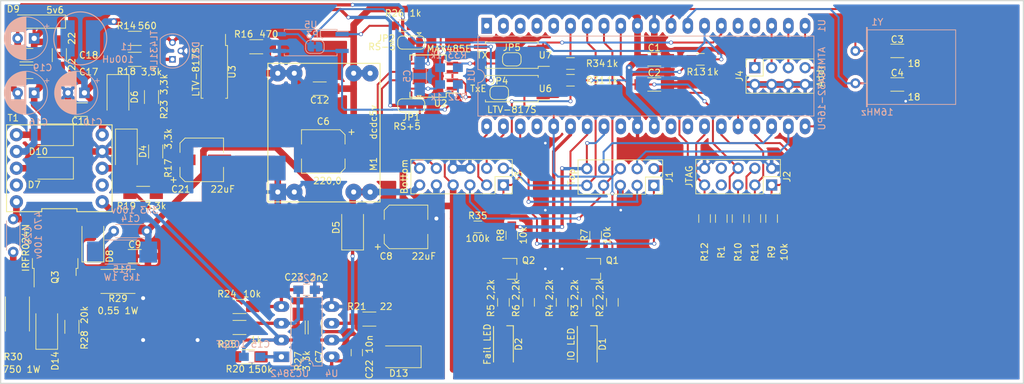
<source format=kicad_pcb>
(kicad_pcb (version 20171130) (host pcbnew "(5.0.0)")
  (layers (0 F.Cu signal) (31 B.Cu signal) (34 B.Paste user) (35 F.Paste user) (36 B.SilkS user) (37 F.SilkS user) (38 B.Mask user) (39 F.Mask user) (44 Edge.Cuts user))
  (net 0 "")
  (net 1 VCC)
  (net 2 GND)
  (net 3 /Reset)
  (net 4 "Net-(C3-Pad1)")
  (net 5 "Net-(C4-Pad1)")
  (net 6 "Net-(D1-Pad1)")
  (net 7 "Net-(D1-Pad2)")
  (net 8 "Net-(D1-Pad3)")
  (net 9 "Net-(D2-Pad1)")
  (net 10 "Net-(D2-Pad3)")
  (net 11 /MOSI)
  (net 12 /SS2)
  (net 13 /SCL)
  (net 14 /IO_Led)
  (net 15 /SCK)
  (net 16 /SDA)
  (net 17 /MISO)
  (net 18 /Fail_Led)
  (net 19 /TCK)
  (net 20 /TDO)
  (net 21 /TMS)
  (net 22 /TDI)
  (net 23 /SS0)
  (net 24 /SS1)
  (net 25 /Pwr24A)
  (net 26 /RS485B)
  (net 27 /Pwr24B)
  (net 28 /RS485A)
  (net 29 "Net-(J4-Pad1)")
  (net 30 "Net-(J4-Pad3)")
  (net 31 "Net-(J4-Pad5)")
  (net 32 "Net-(J4-Pad7)")
  (net 33 "Net-(Q1-Pad1)")
  (net 34 "Net-(Q2-Pad2)")
  (net 35 "Net-(Q2-Pad1)")
  (net 36 /Debug_Led_1)
  (net 37 /Debug_Led_0)
  (net 38 /TxE)
  (net 39 /Rx)
  (net 40 /Tx)
  (net 41 "Net-(C14-Pad1)")
  (net 42 "Net-(C15-Pad1)")
  (net 43 "Net-(C15-Pad2)")
  (net 44 "Net-(D4-Pad2)")
  (net 45 "Net-(T1-Pad2)")
  (net 46 /DCDC/+24)
  (net 47 "Net-(C10-Pad1)")
  (net 48 "Net-(C16-Pad1)")
  (net 49 "Net-(C20-Pad1)")
  (net 50 "Net-(C20-Pad2)")
  (net 51 "Net-(C21-Pad1)")
  (net 52 "Net-(C22-Pad2)")
  (net 53 "Net-(C23-Pad2)")
  (net 54 "Net-(C24-Pad2)")
  (net 55 "Net-(D2-Pad2)")
  (net 56 "Net-(D6-Pad2)")
  (net 57 "Net-(D7-Pad2)")
  (net 58 "Net-(D10-Pad2)")
  (net 59 "Net-(D11-Pad3)")
  (net 60 "Net-(D11-Pad1)")
  (net 61 "Net-(D13-Pad1)")
  (net 62 "Net-(J2-Pad7)")
  (net 63 "Net-(J2-Pad8)")
  (net 64 "Net-(Q3-Pad1)")
  (net 65 "Net-(Q3-Pad3)")
  (net 66 "Net-(R16-Pad2)")
  (net 67 "Net-(R17-Pad2)")
  (net 68 "Net-(T1-Pad9)")
  (net 69 "Net-(U1-Pad1)")
  (net 70 "Net-(U1-Pad2)")
  (net 71 "Net-(U1-Pad3)")
  (net 72 "Net-(U1-Pad4)")
  (net 73 "Net-(U1-Pad5)")
  (net 74 "Net-(U1-Pad28)")
  (net 75 "Net-(U1-Pad29)")
  (net 76 "Net-(U1-Pad32)")
  (net 77 "Net-(U1-Pad16)")
  (net 78 "Net-(U1-Pad17)")
  (net 79 "Net-(U1-Pad37)")
  (net 80 /RS+5)
  (net 81 "Net-(C5-Pad2)")
  (net 82 "Net-(C5-Pad1)")
  (net 83 /RS-5)
  (net 84 "Net-(JP5-Pad1)")
  (net 85 "Net-(JP4-Pad1)")
  (net 86 "Net-(R31-Pad1)")
  (net 87 "Net-(R26-Pad2)")
  (net 88 "Net-(R34-Pad1)")
  (net 89 "Net-(JP3-Pad1)")
  (module Resistors_SMD:R_0805_HandSoldering (layer F.Cu) (at 101.31 61.29)
    (fp_text reference R35 (at 0 -1.7) (layer F.SilkS))
    (fp_text value 100k (at 0 1.75) (layer F.SilkS))
    (pad 2 smd rect (at 1.35 0) (size 1.5 1.3) (layers F.Cu F.Paste F.Mask) (net 18 /Fail_Led))
    (pad 1 smd rect (at -1.35 0) (size 1.5 1.3) (layers F.Cu F.Paste F.Mask) (net 1 VCC))
  )
  (module Capacitors_SMD:CP_Elec_6.3x5.8 (layer F.Cu) (at 77.895 49.86 180)
    (fp_text reference C6 (at 0 4.56 180) (layer F.SilkS))
    (fp_text value 220,0 (at -0.635 -4.445 180) (layer F.SilkS))
    (fp_text user + (at -4.28 3.01 180) (layer F.SilkS))
    (pad 1 smd rect (at -2.7 0) (size 3.5 1.6) (layers F.Cu F.Paste F.Mask) (net 1 VCC))
    (pad 2 smd rect (at 2.7 0) (size 3.5 1.6) (layers F.Cu F.Paste F.Mask) (net 2 GND))
  )
  (module Resistors_SMD:R_0805_HandSoldering (layer B.Cu) (at 96.945 39.7 180)
    (fp_text reference R32 (at -1.27 -1.905 180) (layer B.SilkS) (effects (justify mirror)))
    (fp_text value 1k (at 1.905 -1.905 180) (layer B.SilkS) (effects (justify mirror)))
    (pad 2 smd rect (at 1.35 0 180) (size 1.5 1.3) (layers B.Cu B.Paste B.Mask) (net 82 "Net-(C5-Pad1)"))
    (pad 1 smd rect (at -1.35 0 180) (size 1.5 1.3) (layers B.Cu B.Paste B.Mask) (net 85 "Net-(JP4-Pad1)"))
  )
  (module Resistors_SMD:R_0805_HandSoldering (layer F.Cu) (at 115.36 39.065)
    (fp_text reference R31 (at 3.81 0) (layer F.SilkS))
    (fp_text value 1k (at 6.35 0) (layer F.SilkS))
    (pad 1 smd rect (at -1.35 0) (size 1.5 1.3) (layers F.Cu F.Paste F.Mask) (net 86 "Net-(R31-Pad1)"))
    (pad 2 smd rect (at 1.35 0) (size 1.5 1.3) (layers F.Cu F.Paste F.Mask) (net 1 VCC))
  )
  (module Resistors_SMD:R_0805_HandSoldering (layer F.Cu) (at 89.96 30.81 180)
    (fp_text reference R26 (at 1.27 1.905 180) (layer F.SilkS))
    (fp_text value 1k (at -1.905 1.905 180) (layer F.SilkS))
    (pad 2 smd rect (at 1.35 0 180) (size 1.5 1.3) (layers F.Cu F.Paste F.Mask) (net 87 "Net-(R26-Pad2)"))
    (pad 1 smd rect (at -1.35 0 180) (size 1.5 1.3) (layers F.Cu F.Paste F.Mask) (net 82 "Net-(C5-Pad1)"))
  )
  (module Resistors_SMD:R_0805_HandSoldering (layer F.Cu) (at 135.045 35.89 180)
    (fp_text reference R13 (at 0.635 -1.905 180) (layer F.SilkS))
    (fp_text value 1k (at -1.905 -1.905 180) (layer F.SilkS))
    (pad 1 smd rect (at -1.35 0 180) (size 1.5 1.3) (layers F.Cu F.Paste F.Mask) (net 39 /Rx))
    (pad 2 smd rect (at 1.35 0 180) (size 1.5 1.3) (layers F.Cu F.Paste F.Mask) (net 1 VCC))
  )
  (module Resistors_SMD:R_0805_HandSoldering (layer F.Cu) (at 115.36 36.525)
    (fp_text reference R34 (at 3.81 0) (layer F.SilkS))
    (fp_text value 1k (at 6.35 0) (layer F.SilkS))
    (pad 2 smd rect (at 1.35 0) (size 1.5 1.3) (layers F.Cu F.Paste F.Mask) (net 1 VCC))
    (pad 1 smd rect (at -1.35 0) (size 1.5 1.3) (layers F.Cu F.Paste F.Mask) (net 88 "Net-(R34-Pad1)"))
  )
  (module Jumper:SolderJumper-2_P1.3mm_Bridged_RoundedPad1.0x1.5mm (layer F.Cu) (at 106.47 35.89)
    (fp_text reference JP5 (at 0 -1.8) (layer F.SilkS))
    (fp_text value TX (at -4.445 -0.635) (layer F.SilkS))
    (pad 1 smd custom (at -0.65 0) (size 1 0.5) (layers F.Cu F.Mask) (net 84 "Net-(JP5-Pad1)") (options (clearance outline) (anchor rect)) (primitives (gr_circle (center 0 0.25) (end 0.5 0.25) (width 0)) (gr_circle (center 0 -0.25) (end 0.5 -0.25) (width 0)) (gr_poly (pts (xy 0 -0.75) (xy 0.5 -0.75) (xy 0.5 0.75) (xy 0 0.75)) (width 0)) (gr_poly (pts (xy 0.9 -0.3) (xy 0.4 -0.3) (xy 0.4 0.3) (xy 0.9 0.3)) (width 0))))
    (pad 2 smd custom (at 0.65 0) (size 1 0.5) (layers F.Cu F.Mask) (net 40 /Tx) (options (clearance outline) (anchor rect)) (primitives (gr_circle (center 0 0.25) (end 0.5 0.25) (width 0)) (gr_circle (center 0 -0.25) (end 0.5 -0.25) (width 0)) (gr_poly (pts (xy 0 -0.75) (xy -0.5 -0.75) (xy -0.5 0.75) (xy 0 0.75)) (width 0))))
  )
  (module Jumper:SolderJumper-2_P1.3mm_Bridged_RoundedPad1.0x1.5mm (layer F.Cu) (at 104.565 40.97)
    (fp_text reference JP4 (at 0 -1.8) (layer F.SilkS))
    (fp_text value TxE (at -3.175 -0.635) (layer F.SilkS))
    (pad 2 smd custom (at 0.65 0) (size 1 0.5) (layers F.Cu F.Mask) (net 38 /TxE) (options (clearance outline) (anchor rect)) (primitives (gr_circle (center 0 0.25) (end 0.5 0.25) (width 0)) (gr_circle (center 0 -0.25) (end 0.5 -0.25) (width 0)) (gr_poly (pts (xy 0 -0.75) (xy -0.5 -0.75) (xy -0.5 0.75) (xy 0 0.75)) (width 0))))
    (pad 1 smd custom (at -0.65 0) (size 1 0.5) (layers F.Cu F.Mask) (net 85 "Net-(JP4-Pad1)") (options (clearance outline) (anchor rect)) (primitives (gr_circle (center 0 0.25) (end 0.5 0.25) (width 0)) (gr_circle (center 0 -0.25) (end 0.5 -0.25) (width 0)) (gr_poly (pts (xy 0 -0.75) (xy 0.5 -0.75) (xy 0.5 0.75) (xy 0 0.75)) (width 0)) (gr_poly (pts (xy 0.9 -0.3) (xy 0.4 -0.3) (xy 0.4 0.3) (xy 0.9 0.3)) (width 0))))
  )
  (module Jumper:SolderJumper-2_P1.3mm_Bridged_RoundedPad1.0x1.5mm (layer B.Cu) (at 76.625 33.985 180)
    (fp_text reference JP3 (at 0 1.8 180) (layer B.SilkS) (effects (justify mirror)))
    (fp_text value RX)
    (pad 1 smd custom (at -0.65 0 180) (size 1 0.5) (layers B.Cu B.Mask) (net 89 "Net-(JP3-Pad1)") (options (clearance outline) (anchor rect)) (primitives (gr_circle (center 0 -0.25) (end 0.5 -0.25) (width 0)) (gr_circle (center 0 0.25) (end 0.5 0.25) (width 0)) (gr_poly (pts (xy 0 0.75) (xy 0.5 0.75) (xy 0.5 -0.75) (xy 0 -0.75)) (width 0)) (gr_poly (pts (xy 0.9 0.3) (xy 0.4 0.3) (xy 0.4 -0.3) (xy 0.9 -0.3)) (width 0))))
    (pad 2 smd custom (at 0.65 0 180) (size 1 0.5) (layers B.Cu B.Mask) (net 39 /Rx) (options (clearance outline) (anchor rect)) (primitives (gr_circle (center 0 -0.25) (end 0.5 -0.25) (width 0)) (gr_circle (center 0 0.25) (end 0.5 0.25) (width 0)) (gr_poly (pts (xy 0 0.75) (xy -0.5 0.75) (xy -0.5 -0.75) (xy 0 -0.75)) (width 0))))
  )
  (module Housings_SOIC:SO-4_7.6x3.6mm_Pitch2.54mm (layer F.Cu) (at 106.47 35.255 180)
    (fp_text reference U7 (at -5.08 0 180) (layer F.SilkS))
    (fp_text value LTV-817S)
    (pad 1 smd rect (at -4.75 -1.27 180) (size 2 0.64) (layers F.Cu F.Paste F.Mask) (net 88 "Net-(R34-Pad1)"))
    (pad 2 smd rect (at -4.75 1.27 180) (size 2 0.64) (layers F.Cu F.Paste F.Mask) (net 40 /Tx))
    (pad 3 smd rect (at 4.75 1.27 180) (size 2 0.64) (layers F.Cu F.Paste F.Mask) (net 81 "Net-(C5-Pad2)"))
    (pad 4 smd rect (at 4.75 -1.27 180) (size 2 0.64) (layers F.Cu F.Paste F.Mask) (net 84 "Net-(JP5-Pad1)"))
  )
  (module Housings_SOIC:SO-4_7.6x3.6mm_Pitch2.54mm (layer B.Cu) (at 75.99 33.35 180)
    (fp_text reference U5 (at 0 2.7 180) (layer B.SilkS) (effects (justify mirror)))
    (fp_text value LTV-817S)
    (pad 4 smd rect (at 4.75 1.27 180) (size 2 0.64) (layers B.Cu B.Paste B.Mask) (net 39 /Rx))
    (pad 3 smd rect (at 4.75 -1.27 180) (size 2 0.64) (layers B.Cu B.Paste B.Mask) (net 2 GND))
    (pad 2 smd rect (at -4.75 -1.27 180) (size 2 0.64) (layers B.Cu B.Paste B.Mask) (net 89 "Net-(JP3-Pad1)"))
    (pad 1 smd rect (at -4.75 1.27 180) (size 2 0.64) (layers B.Cu B.Paste B.Mask) (net 87 "Net-(R26-Pad2)"))
  )
  (module Housings_SOIC:SO-4_7.6x3.6mm_Pitch2.54mm (layer F.Cu) (at 106.47 40.335 180)
    (fp_text reference U6 (at -5.08 0 180) (layer F.SilkS))
    (fp_text value LTV-817S (at 0 -3.175 180) (layer F.SilkS))
    (pad 1 smd rect (at -4.75 -1.27 180) (size 2 0.64) (layers F.Cu F.Paste F.Mask) (net 86 "Net-(R31-Pad1)"))
    (pad 2 smd rect (at -4.75 1.27 180) (size 2 0.64) (layers F.Cu F.Paste F.Mask) (net 38 /TxE))
    (pad 3 smd rect (at 4.75 1.27 180) (size 2 0.64) (layers F.Cu F.Paste F.Mask) (net 81 "Net-(C5-Pad2)"))
    (pad 4 smd rect (at 4.75 -1.27 180) (size 2 0.64) (layers F.Cu F.Paste F.Mask) (net 85 "Net-(JP4-Pad1)"))
  )
  (module Resistors_SMD:R_0805_HandSoldering (layer B.Cu) (at 96.945 37.16 180)
    (fp_text reference R33 (at -1.27 1.905 180) (layer B.SilkS) (effects (justify mirror)))
    (fp_text value 1k (at 1.905 1.905 180) (layer B.SilkS) (effects (justify mirror)))
    (pad 1 smd rect (at -1.35 0 180) (size 1.5 1.3) (layers B.Cu B.Paste B.Mask) (net 84 "Net-(JP5-Pad1)"))
    (pad 2 smd rect (at 1.35 0 180) (size 1.5 1.3) (layers B.Cu B.Paste B.Mask) (net 82 "Net-(C5-Pad1)"))
  )
  (module Jumper:SolderJumper-3_P1.3mm_Bridged12_RoundedPad1.0x1.5mm (layer F.Cu) (at 91.23 33.35 180)
    (fp_text reference JP2 (at 3.81 0.635 180) (layer F.SilkS))
    (fp_text value RS-5 (at 4.445 -0.635 180) (layer F.SilkS))
    (pad 2 smd rect (at 0 0 180) (size 1 1.5) (layers F.Cu F.Mask) (net 81 "Net-(C5-Pad2)"))
    (pad 3 smd custom (at 1.3 0 180) (size 1 0.5) (layers F.Cu F.Mask) (net 83 /RS-5) (options (clearance outline) (anchor rect)) (primitives (gr_circle (center 0 0.25) (end 0.5 0.25) (width 0)) (gr_circle (center 0 -0.25) (end 0.5 -0.25) (width 0)) (gr_poly (pts (xy -0.55 -0.75) (xy 0 -0.75) (xy 0 0.75) (xy -0.55 0.75)) (width 0))))
    (pad 1 smd custom (at -1.3 0 180) (size 1 0.5) (layers F.Cu F.Mask) (net 2 GND) (options (clearance outline) (anchor rect)) (primitives (gr_circle (center 0 0.25) (end 0.5 0.25) (width 0)) (gr_circle (center 0 -0.25) (end 0.5 -0.25) (width 0)) (gr_poly (pts (xy 0.55 -0.75) (xy 0 -0.75) (xy 0 0.75) (xy 0.55 0.75)) (width 0)) (gr_poly (pts (xy 0.4 -0.3) (xy 0.9 -0.3) (xy 0.9 0.3) (xy 0.4 0.3)) (width 0))))
  )
  (module Jumper:SolderJumper-3_P1.3mm_Bridged12_RoundedPad1.0x1.5mm (layer F.Cu) (at 91.23 42.875 180)
    (fp_text reference JP1 (at 0 -1.8 180) (layer F.SilkS))
    (fp_text value RS+5 (at 0.635 -3.175 180) (layer F.SilkS))
    (pad 1 smd custom (at -1.3 0 180) (size 1 0.5) (layers F.Cu F.Mask) (net 1 VCC) (options (clearance outline) (anchor rect)) (primitives (gr_circle (center 0 0.25) (end 0.5 0.25) (width 0)) (gr_circle (center 0 -0.25) (end 0.5 -0.25) (width 0)) (gr_poly (pts (xy 0.55 -0.75) (xy 0 -0.75) (xy 0 0.75) (xy 0.55 0.75)) (width 0)) (gr_poly (pts (xy 0.4 -0.3) (xy 0.9 -0.3) (xy 0.9 0.3) (xy 0.4 0.3)) (width 0))))
    (pad 3 smd custom (at 1.3 0 180) (size 1 0.5) (layers F.Cu F.Mask) (net 80 /RS+5) (options (clearance outline) (anchor rect)) (primitives (gr_circle (center 0 0.25) (end 0.5 0.25) (width 0)) (gr_circle (center 0 -0.25) (end 0.5 -0.25) (width 0)) (gr_poly (pts (xy -0.55 -0.75) (xy 0 -0.75) (xy 0 0.75) (xy -0.55 0.75)) (width 0))))
    (pad 2 smd rect (at 0 0 180) (size 1 1.5) (layers F.Cu F.Mask) (net 82 "Net-(C5-Pad1)"))
  )
  (module Housings_SOIC:SO-4_7.6x3.6mm_Pitch2.54mm (layer F.Cu) (at 61.385 37.795 270)
    (fp_text reference U3 (at 0 -2.7 270) (layer F.SilkS))
    (fp_text value LTV-817S (at 0 2.8 270) (layer F.SilkS))
    (pad 1 smd rect (at -4.75 -1.27 270) (size 2 0.64) (layers F.Cu F.Paste F.Mask) (net 1 VCC))
    (pad 2 smd rect (at -4.75 1.27 270) (size 2 0.64) (layers F.Cu F.Paste F.Mask) (net 66 "Net-(R16-Pad2)"))
    (pad 3 smd rect (at 4.75 1.27 270) (size 2 0.64) (layers F.Cu F.Paste F.Mask) (net 67 "Net-(R17-Pad2)"))
    (pad 4 smd rect (at 4.75 -1.27 270) (size 2 0.64) (layers F.Cu F.Paste F.Mask) (net 46 /DCDC/+24))
  )
  (module Resistors_SMD:R_1206_HandSoldering (layer F.Cu) (at 84.88 75.26 180)
    (fp_text reference R21 (at 1.905 1.905 180) (layer F.SilkS))
    (fp_text value 22 (at -2.54 1.9 180) (layer F.SilkS))
    (pad 1 smd rect (at -2 0 180) (size 2 1.7) (layers F.Cu F.Paste F.Mask) (net 64 "Net-(Q3-Pad1)"))
    (pad 2 smd rect (at 2 0 180) (size 2 1.7) (layers F.Cu F.Paste F.Mask) (net 61 "Net-(D13-Pad1)"))
  )
  (module Resistors_SMD:R_1206_HandSoldering (layer F.Cu) (at 52.495 49.86 90)
    (fp_text reference R17 (at -2.54 1.905 90) (layer F.SilkS))
    (fp_text value 3,3k (at 1.905 1.905 90) (layer F.SilkS))
    (pad 2 smd rect (at 2 0 90) (size 2 1.7) (layers F.Cu F.Paste F.Mask) (net 67 "Net-(R17-Pad2)"))
    (pad 1 smd rect (at -2 0 90) (size 2 1.7) (layers F.Cu F.Paste F.Mask) (net 51 "Net-(C21-Pad1)"))
  )
  (module Resistors_SMD:R_1206_HandSoldering (layer F.Cu) (at 67.735 33.985 180)
    (fp_text reference R16 (at 1.905 1.905 180) (layer F.SilkS))
    (fp_text value 470 (at -1.905 1.905 180) (layer F.SilkS))
    (pad 1 smd rect (at -2 0 180) (size 2 1.7) (layers F.Cu F.Paste F.Mask) (net 59 "Net-(D11-Pad3)"))
    (pad 2 smd rect (at 2 0 180) (size 2 1.7) (layers F.Cu F.Paste F.Mask) (net 66 "Net-(R16-Pad2)"))
  )
  (module Resistors_SMD:R_1206_HandSoldering (layer F.Cu) (at 66.465 80.975 180)
    (fp_text reference R20 (at 1.905 -1.85 180) (layer F.SilkS))
    (fp_text value 150k (at -1.905 -1.905 180) (layer F.SilkS))
    (pad 1 smd rect (at -2 0 180) (size 2 1.7) (layers F.Cu F.Paste F.Mask) (net 42 "Net-(C15-Pad1)"))
    (pad 2 smd rect (at 2 0 180) (size 2 1.7) (layers F.Cu F.Paste F.Mask) (net 43 "Net-(C15-Pad2)"))
  )
  (module Resistors_SMD:R_1206_HandSoldering (layer F.Cu) (at 50.59 56.21)
    (fp_text reference R19 (at -2.54 1.905) (layer F.SilkS))
    (fp_text value 3,3k (at 1.905 1.9) (layer F.SilkS))
    (pad 2 smd rect (at 2 0) (size 2 1.7) (layers F.Cu F.Paste F.Mask) (net 51 "Net-(C21-Pad1)"))
    (pad 1 smd rect (at -2 0) (size 2 1.7) (layers F.Cu F.Paste F.Mask) (net 43 "Net-(C15-Pad2)"))
  )
  (module Resistors_SMD:R_1206_HandSoldering (layer F.Cu) (at 49.32 32.715 180)
    (fp_text reference R14 (at 1.27 1.905 180) (layer F.SilkS))
    (fp_text value 560 (at -1.905 1.905 180) (layer F.SilkS))
    (pad 1 smd rect (at -2 0 180) (size 2 1.7) (layers F.Cu F.Paste F.Mask) (net 59 "Net-(D11-Pad3)"))
    (pad 2 smd rect (at 2 0 180) (size 2 1.7) (layers F.Cu F.Paste F.Mask) (net 1 VCC))
  )
  (module Resistors_SMD:R_2512_HandSoldering (layer B.Cu) (at 47.415 65.1)
    (fp_text reference R15 (at 0 2.6) (layer B.SilkS) (effects (justify mirror)))
    (fp_text value "1k5 1W" (at 0 3.81) (layer B.SilkS) (effects (justify mirror)))
    (pad 1 smd rect (at -3.95 0) (size 2.7 3.2) (layers B.Cu B.Paste B.Mask) (net 41 "Net-(C14-Pad1)"))
    (pad 2 smd rect (at 3.95 0) (size 2.7 3.2) (layers B.Cu B.Paste B.Mask) (net 46 /DCDC/+24))
  )
  (module TO_SOT_Packages_SMD:TO-252-2 (layer F.Cu) (at 37.255 65.1 90)
    (fp_text reference Q3 (at -3.81 0 90) (layer F.SilkS))
    (fp_text value IRFR024N (at 0.635 -4.445 90) (layer F.SilkS))
    (pad 1 smd rect (at -4.2 -2.28 90) (size 2.2 1.2) (layers F.Cu F.Paste F.Mask) (net 64 "Net-(Q3-Pad1)"))
    (pad 3 smd rect (at -4.2 2.28 90) (size 2.2 1.2) (layers F.Cu F.Paste F.Mask) (net 65 "Net-(Q3-Pad3)"))
    (pad 2 smd rect (at 2.1 0 90) (size 6.4 5.8) (layers F.Cu F.Mask) (net 50 "Net-(C20-Pad2)"))
    (pad 2 smd rect (at 3.775 1.525 90) (size 3.05 2.75) (layers F.Cu F.Paste) (net 50 "Net-(C20-Pad2)"))
    (pad 2 smd rect (at 0.425 -1.525 90) (size 3.05 2.75) (layers F.Cu F.Paste) (net 50 "Net-(C20-Pad2)"))
    (pad 2 smd rect (at 3.775 -1.525 90) (size 3.05 2.75) (layers F.Cu F.Paste) (net 50 "Net-(C20-Pad2)"))
    (pad 2 smd rect (at 0.425 1.525 90) (size 3.05 2.75) (layers F.Cu F.Paste) (net 50 "Net-(C20-Pad2)"))
  )
  (module Resistors_SMD:R_1206_HandSoldering (layer F.Cu) (at 49.32 35.89 180)
    (fp_text reference R18 (at 1.27 -1.85 180) (layer F.SilkS))
    (fp_text value 3,3k (at -2.54 -1.905 180) (layer F.SilkS))
    (pad 2 smd rect (at 2 0 180) (size 2 1.7) (layers F.Cu F.Paste F.Mask) (net 1 VCC))
    (pad 1 smd rect (at -2 0 180) (size 2 1.7) (layers F.Cu F.Paste F.Mask) (net 60 "Net-(D11-Pad1)"))
  )
  (module Resistors_SMD:R_1206_HandSoldering (layer F.Cu) (at 51.86 41.605 90)
    (fp_text reference R23 (at -1.905 1.905 90) (layer F.SilkS))
    (fp_text value 3,3k (at 1.905 1.905 90) (layer F.SilkS))
    (pad 1 smd rect (at -2 0 90) (size 2 1.7) (layers F.Cu F.Paste F.Mask) (net 2 GND))
    (pad 2 smd rect (at 2 0 90) (size 2 1.7) (layers F.Cu F.Paste F.Mask) (net 60 "Net-(D11-Pad1)"))
  )
  (module Resistors_SMD:R_1206_HandSoldering (layer F.Cu) (at 65.195 73.355 180)
    (fp_text reference R24 (at 1.905 1.905 180) (layer F.SilkS))
    (fp_text value 10k (at -1.905 1.9 180) (layer F.SilkS))
    (pad 2 smd rect (at 2 0 180) (size 2 1.7) (layers F.Cu F.Paste F.Mask) (net 52 "Net-(C22-Pad2)"))
    (pad 1 smd rect (at -2 0 180) (size 2 1.7) (layers F.Cu F.Paste F.Mask) (net 53 "Net-(C23-Pad2)"))
  )
  (module Resistors_SMD:R_1206_HandSoldering (layer F.Cu) (at 65.195 76.53)
    (fp_text reference R25 (at -1.905 2.54) (layer F.SilkS))
    (fp_text value 1k (at 2.54 1.905) (layer F.SilkS))
    (pad 1 smd rect (at -2 0) (size 2 1.7) (layers F.Cu F.Paste F.Mask) (net 65 "Net-(Q3-Pad3)"))
    (pad 2 smd rect (at 2 0) (size 2 1.7) (layers F.Cu F.Paste F.Mask) (net 54 "Net-(C24-Pad2)"))
  )
  (module Resistors_SMD:R_1206_HandSoldering (layer F.Cu) (at 37.89 35.255 270)
    (fp_text reference R22 (at 1.905 -1.905 270) (layer F.SilkS))
    (fp_text value 22 (at -2.54 -1.905 270) (layer F.SilkS))
    (pad 2 smd rect (at 2 0 270) (size 2 1.7) (layers F.Cu F.Paste F.Mask) (net 48 "Net-(C16-Pad1)"))
    (pad 1 smd rect (at -2 0 270) (size 2 1.7) (layers F.Cu F.Paste F.Mask) (net 80 /RS+5))
  )
  (module Capacitors_SMD:C_0805_HandSoldering (layer F.Cu) (at 82.975 80.34 270)
    (fp_text reference C22 (at 2.54 -1.905 270) (layer F.SilkS))
    (fp_text value 10n (at -1.27 -1.905 270) (layer F.SilkS))
    (pad 2 smd rect (at 1.25 0 270) (size 1.5 1.25) (layers F.Cu F.Paste F.Mask) (net 52 "Net-(C22-Pad2)"))
    (pad 1 smd rect (at -1.25 0 270) (size 1.5 1.25) (layers F.Cu F.Paste F.Mask) (net 25 /Pwr24A))
  )
  (module dz_lib:cd54 (layer B.Cu) (at 41.065 32.715 180)
    (fp_text reference L1 (at -6.985 -1.27 180) (layer B.SilkS) (effects (justify mirror)))
    (fp_text value 100uH (at -5.715 -3.175 180) (layer B.SilkS) (effects (justify mirror)))
    (pad 1 smd rect (at -1.925 0 180) (size 2.15 5.5) (layers B.Cu B.Paste B.Mask) (net 1 VCC))
    (pad 2 smd rect (at 1.925 0 180) (size 2.15 5.5) (layers B.Cu B.Paste B.Mask) (net 47 "Net-(C10-Pad1)"))
  )
  (module Diodes_SMD:D_SMA (layer F.Cu) (at 35.985 76.435 90)
    (fp_text reference D14 (at -5.175 1.27 90) (layer F.SilkS))
    (fp_text value 1N5822)
    (pad 2 smd rect (at 2 0 90) (size 2.5 1.8) (layers F.Cu F.Paste F.Mask) (net 49 "Net-(C20-Pad1)"))
    (pad 1 smd rect (at -2 0 90) (size 2.5 1.8) (layers F.Cu F.Paste F.Mask) (net 25 /Pwr24A))
  )
  (module Capacitors_THT:C_Disc_D4.3mm_W1.9mm_P5.00mm (layer B.Cu) (at 30.905 65.1 90)
    (fp_text reference C20 (at 2.5 2.26 90) (layer B.SilkS) (effects (justify mirror)))
    (fp_text value "470 100v" (at 2.54 3.81 90) (layer B.SilkS) (effects (justify mirror)))
    (pad 1 thru_hole circle (at 0 0 90) (size 1.6 1.6) (drill 0.8) (layers *.Cu *.Mask) (net 49 "Net-(C20-Pad1)"))
    (pad 2 thru_hole circle (at 5 0 90) (size 1.6 1.6) (drill 0.8) (layers *.Cu *.Mask) (net 50 "Net-(C20-Pad2)"))
  )
  (module Diodes_SMD:D_SMA (layer F.Cu) (at 36.62 52.4 180)
    (fp_text reference D7 (at 2.54 -2.5 180) (layer F.SilkS))
    (fp_text value 1N5822)
    (pad 1 smd rect (at -2 0 180) (size 2.5 1.8) (layers F.Cu F.Paste F.Mask) (net 48 "Net-(C16-Pad1)"))
    (pad 2 smd rect (at 2 0 180) (size 2.5 1.8) (layers F.Cu F.Paste F.Mask) (net 57 "Net-(D7-Pad2)"))
  )
  (module Diodes_SMD:D_SMA (layer F.Cu) (at 82.34 61.385 90)
    (fp_text reference D5 (at 0 -2.5 90) (layer F.SilkS))
    (fp_text value 1N5822)
    (pad 1 smd rect (at -2 0 90) (size 2.5 1.8) (layers F.Cu F.Paste F.Mask) (net 46 /DCDC/+24))
    (pad 2 smd rect (at 2 0 90) (size 2.5 1.8) (layers F.Cu F.Paste F.Mask) (net 27 /Pwr24B))
  )
  (module Diodes_SMD:D_MiniMELF_Handsoldering (layer F.Cu) (at 34.29 30.175 180)
    (fp_text reference D9 (at 3.385 1.905 180) (layer F.SilkS))
    (fp_text value 5v6 (at -2.965 1.75 180) (layer F.SilkS))
    (pad 1 smd rect (at -2.75 0 180) (size 3.3 1.7) (layers F.Cu F.Paste F.Mask) (net 80 /RS+5))
    (pad 2 smd rect (at 2.75 0 180) (size 3.3 1.7) (layers F.Cu F.Paste F.Mask) (net 83 /RS-5))
  )
  (module Diodes_SMD:D_SMA (layer F.Cu) (at 46.78 41.605 270)
    (fp_text reference D6 (at 0 -2.5 270) (layer F.SilkS))
    (fp_text value 1N5822)
    (pad 1 smd rect (at -2 0 270) (size 2.5 1.8) (layers F.Cu F.Paste F.Mask) (net 47 "Net-(C10-Pad1)"))
    (pad 2 smd rect (at 2 0 270) (size 2.5 1.8) (layers F.Cu F.Paste F.Mask) (net 56 "Net-(D6-Pad2)"))
  )
  (module Diodes_SMD:D_SMA (layer F.Cu) (at 89.325 80.975 180)
    (fp_text reference D13 (at 0 -2.5 180) (layer F.SilkS))
    (fp_text value 1N5822)
    (pad 1 smd rect (at -2 0 180) (size 2.5 1.8) (layers F.Cu F.Paste F.Mask) (net 61 "Net-(D13-Pad1)"))
    (pad 2 smd rect (at 2 0 180) (size 2.5 1.8) (layers F.Cu F.Paste F.Mask) (net 25 /Pwr24A))
  )
  (module Diodes_SMD:D_SMA (layer F.Cu) (at 36.62 47.32 180)
    (fp_text reference D10 (at 1.905 -2.54 180) (layer F.SilkS))
    (fp_text value 1N5822)
    (pad 2 smd rect (at 2 0 180) (size 2.5 1.8) (layers F.Cu F.Paste F.Mask) (net 58 "Net-(D10-Pad2)"))
    (pad 1 smd rect (at -2 0 180) (size 2.5 1.8) (layers F.Cu F.Paste F.Mask) (net 48 "Net-(C16-Pad1)"))
  )
  (module TO_SOT_Packages_THT:TO-92_Molded_Narrow (layer B.Cu) (at 55.035 35.89 90)
    (fp_text reference D11 (at 1.27 3.56 90) (layer B.SilkS) (effects (justify mirror)))
    (fp_text value TL431LP (at 1.27 -2.79 90) (layer B.SilkS) (effects (justify mirror)))
    (pad 2 thru_hole circle (at 1.27 1.27) (size 1 1) (drill 0.6) (layers *.Cu *.Mask) (net 2 GND))
    (pad 3 thru_hole circle (at 2.54 0) (size 1 1) (drill 0.6) (layers *.Cu *.Mask) (net 59 "Net-(D11-Pad3)"))
    (pad 1 thru_hole rect (at 0 0) (size 1 1) (drill 0.6) (layers *.Cu *.Mask) (net 60 "Net-(D11-Pad1)"))
  )
  (module Diodes_SMD:D_SMA (layer F.Cu) (at 48.05 49.86 270)
    (fp_text reference D4 (at 0 -2.5 270) (layer F.SilkS))
    (fp_text value 1N5822)
    (pad 2 smd rect (at 2 0 270) (size 2.5 1.8) (layers F.Cu F.Paste F.Mask) (net 44 "Net-(D4-Pad2)"))
    (pad 1 smd rect (at -2 0 270) (size 2.5 1.8) (layers F.Cu F.Paste F.Mask) (net 47 "Net-(C10-Pad1)"))
  )
  (module Capacitors_SMD:C_0805_HandSoldering (layer F.Cu) (at 75.375 70.815 180)
    (fp_text reference C23 (at 1.925 1.905 180) (layer F.SilkS))
    (fp_text value 2n2 (at -1.885 1.905 180) (layer F.SilkS))
    (pad 1 smd rect (at -1.25 0 180) (size 1.5 1.25) (layers F.Cu F.Paste F.Mask) (net 25 /Pwr24A))
    (pad 2 smd rect (at 1.25 0 180) (size 1.5 1.25) (layers F.Cu F.Paste F.Mask) (net 53 "Net-(C23-Pad2)"))
  )
  (module Capacitors_SMD:C_0805_HandSoldering (layer B.Cu) (at 75.355 70.815 180)
    (fp_text reference C24 (at 0 1.75 180) (layer B.SilkS) (effects (justify mirror)))
    (fp_text value 470)
    (pad 2 smd rect (at 1.25 0 180) (size 1.5 1.25) (layers B.Cu B.Paste B.Mask) (net 54 "Net-(C24-Pad2)"))
    (pad 1 smd rect (at -1.25 0 180) (size 1.5 1.25) (layers B.Cu B.Paste B.Mask) (net 25 /Pwr24A))
  )
  (module Diodes_SMD:D_SMA (layer F.Cu) (at 42.97 63.195 90)
    (fp_text reference D8 (at -2.54 2.54 90) (layer F.SilkS))
    (fp_text value 1N5822)
    (pad 2 smd rect (at 2 0 90) (size 2.5 1.8) (layers F.Cu F.Paste F.Mask) (net 50 "Net-(C20-Pad2)"))
    (pad 1 smd rect (at -2 0 90) (size 2.5 1.8) (layers F.Cu F.Paste F.Mask) (net 41 "Net-(C14-Pad1)"))
  )
  (module Capacitors_SMD:CP_Elec_6.3x4.5 (layer F.Cu) (at 59.48 51.13)
    (fp_text reference C21 (at -3.175 4.445) (layer F.SilkS))
    (fp_text value 22uF (at 3.175 4.445) (layer F.SilkS))
    (fp_text user + (at -4.28 2.96) (layer F.SilkS))
    (pad 1 smd rect (at -2.7 0 180) (size 3.5 1.6) (layers F.Cu F.Paste F.Mask) (net 51 "Net-(C21-Pad1)"))
    (pad 2 smd rect (at 2.7 0 180) (size 3.5 1.6) (layers F.Cu F.Paste F.Mask) (net 25 /Pwr24A))
  )
  (module Capacitors_SMD:C_1206_HandSoldering (layer F.Cu) (at 49.32 65.735)
    (fp_text reference C9 (at 0 -1.75) (layer F.SilkS))
    (fp_text value 0,1)
    (pad 2 smd rect (at 2 0) (size 2 1.6) (layers F.Cu F.Paste F.Mask) (net 25 /Pwr24A))
    (pad 1 smd rect (at -2 0) (size 2 1.6) (layers F.Cu F.Paste F.Mask) (net 46 /DCDC/+24))
  )
  (module Resistors_SMD:R_1206_HandSoldering (layer F.Cu) (at 74.085 76.53 270)
    (fp_text reference R27 (at 5.08 0 270) (layer F.SilkS))
    (fp_text value 3,3k (at 5.08 -1.27 270) (layer F.SilkS))
    (pad 2 smd rect (at 2 0 270) (size 2 1.7) (layers F.Cu F.Paste F.Mask) (net 43 "Net-(C15-Pad2)"))
    (pad 1 smd rect (at -2 0 270) (size 2 1.7) (layers F.Cu F.Paste F.Mask) (net 25 /Pwr24A))
  )
  (module Resistors_SMD:R_2512_HandSoldering (layer F.Cu) (at 31.54 74.485 90)
    (fp_text reference R30 (at -6.49 -0.635 180) (layer F.SilkS))
    (fp_text value "750 1W" (at -8.395 0.635 180) (layer F.SilkS))
    (pad 2 smd rect (at 3.95 0 90) (size 2.7 3.2) (layers F.Cu F.Paste F.Mask) (net 49 "Net-(C20-Pad1)"))
    (pad 1 smd rect (at -3.95 0 90) (size 2.7 3.2) (layers F.Cu F.Paste F.Mask) (net 25 /Pwr24A))
  )
  (module Resistors_SMD:R_1206_HandSoldering (layer F.Cu) (at 39.795 76.435 90)
    (fp_text reference R28 (at -2 1.905 90) (layer F.SilkS))
    (fp_text value 20k (at 1.81 1.905 90) (layer F.SilkS))
    (pad 2 smd rect (at 2 0 90) (size 2 1.7) (layers F.Cu F.Paste F.Mask) (net 64 "Net-(Q3-Pad1)"))
    (pad 1 smd rect (at -2 0 90) (size 2 1.7) (layers F.Cu F.Paste F.Mask) (net 25 /Pwr24A))
  )
  (module Housings_DIP:DIP-8_W7.62mm_LongPads (layer B.Cu) (at 71.545 80.975)
    (fp_text reference U4 (at 7.62 2.54) (layer B.SilkS) (effects (justify mirror)))
    (fp_text value UC3842 (at 1.27 2.54) (layer B.SilkS) (effects (justify mirror)))
    (pad 1 thru_hole rect (at 0 0) (size 2.4 1.6) (drill 0.8) (layers *.Cu *.Mask) (net 42 "Net-(C15-Pad1)"))
    (pad 5 thru_hole oval (at 7.62 -7.62) (size 2.4 1.6) (drill 0.8) (layers *.Cu *.Mask) (net 25 /Pwr24A))
    (pad 2 thru_hole oval (at 0 -2.54) (size 2.4 1.6) (drill 0.8) (layers *.Cu *.Mask) (net 43 "Net-(C15-Pad2)"))
    (pad 6 thru_hole oval (at 7.62 -5.08) (size 2.4 1.6) (drill 0.8) (layers *.Cu *.Mask) (net 61 "Net-(D13-Pad1)"))
    (pad 3 thru_hole oval (at 0 -5.08) (size 2.4 1.6) (drill 0.8) (layers *.Cu *.Mask) (net 54 "Net-(C24-Pad2)"))
    (pad 7 thru_hole oval (at 7.62 -2.54) (size 2.4 1.6) (drill 0.8) (layers *.Cu *.Mask) (net 46 /DCDC/+24))
    (pad 4 thru_hole oval (at 0 -7.62) (size 2.4 1.6) (drill 0.8) (layers *.Cu *.Mask) (net 53 "Net-(C23-Pad2)"))
    (pad 8 thru_hole oval (at 7.62 0) (size 2.4 1.6) (drill 0.8) (layers *.Cu *.Mask) (net 52 "Net-(C22-Pad2)"))
  )
  (module Resistors_SMD:R_2512_HandSoldering (layer F.Cu) (at 46.78 69.545 180)
    (fp_text reference R29 (at 0 -2.6 180) (layer F.SilkS))
    (fp_text value "0,55 1W" (at 0 -4.445 180) (layer F.SilkS))
    (pad 1 smd rect (at -3.95 0 180) (size 2.7 3.2) (layers F.Cu F.Paste F.Mask) (net 25 /Pwr24A))
    (pad 2 smd rect (at 3.95 0 180) (size 2.7 3.2) (layers F.Cu F.Paste F.Mask) (net 65 "Net-(Q3-Pad3)"))
  )
  (module dz_lib:EE16_Transformer (layer F.Cu) (at 37.89 52.4 90)
    (fp_text reference T1 (at 7.62 -6.985 180) (layer F.SilkS))
    (fp_text value EE16_24_05_Transformer)
    (pad 10 thru_hole circle (at -5.08 -6.5 90) (size 2 2) (drill 1) (layers *.Cu *.Mask) (net 50 "Net-(C20-Pad2)"))
    (pad 1 thru_hole circle (at -5.08 6.5 90) (size 2 2) (drill 1) (layers *.Cu *.Mask) (net 46 /DCDC/+24))
    (pad 9 thru_hole circle (at -2.54 -6.5 90) (size 2 2) (drill 1) (layers *.Cu *.Mask) (net 68 "Net-(T1-Pad9)"))
    (pad 2 thru_hole circle (at -2.54 6.5 90) (size 2 2) (drill 1) (layers *.Cu *.Mask) (net 45 "Net-(T1-Pad2)"))
    (pad 8 thru_hole circle (at 0 -6.5 90) (size 2 2) (drill 1) (layers *.Cu *.Mask) (net 57 "Net-(D7-Pad2)"))
    (pad 3 thru_hole circle (at 0 6.5 90) (size 2 2) (drill 1) (layers *.Cu *.Mask) (net 44 "Net-(D4-Pad2)"))
    (pad 7 thru_hole circle (at 2.54 -6.5 90) (size 2 2) (drill 1) (layers *.Cu *.Mask) (net 83 /RS-5))
    (pad 4 thru_hole circle (at 2.54 6.5 90) (size 2 2) (drill 1) (layers *.Cu *.Mask) (net 2 GND))
    (pad 6 thru_hole circle (at 5.08 -6.5 90) (size 2 2) (drill 1) (layers *.Cu *.Mask) (net 58 "Net-(D10-Pad2)"))
    (pad 5 thru_hole circle (at 5.08 6.5 90) (size 2 2) (drill 1) (layers *.Cu *.Mask) (net 56 "Net-(D6-Pad2)"))
  )
  (module Capacitors_SMD:C_1206_HandSoldering (layer F.Cu) (at 41.16 43.51 180)
    (fp_text reference C11 (at 0 -1.75 180) (layer F.SilkS))
    (fp_text value 0,1)
    (pad 1 smd rect (at -2 0 180) (size 2 1.6) (layers F.Cu F.Paste F.Mask) (net 47 "Net-(C10-Pad1)"))
    (pad 2 smd rect (at 2 0 180) (size 2 1.6) (layers F.Cu F.Paste F.Mask) (net 2 GND))
  )
  (module Capacitors_SMD:CP_Elec_6.3x4.5 (layer F.Cu) (at 90.435 61.29)
    (fp_text reference C8 (at -3.015 4.445) (layer F.SilkS))
    (fp_text value 22uF (at 2.7 4.445) (layer F.SilkS))
    (fp_text user + (at -4.28 2.96) (layer F.SilkS))
    (pad 2 smd rect (at 2.7 0 180) (size 3.5 1.6) (layers F.Cu F.Paste F.Mask) (net 25 /Pwr24A))
    (pad 1 smd rect (at -2.7 0 180) (size 3.5 1.6) (layers F.Cu F.Paste F.Mask) (net 46 /DCDC/+24))
  )
  (module Capacitor_THT:CP_Radial_D6.3mm_P2.50mm (layer B.Cu) (at 41.7 40.97 180)
    (fp_text reference C10 (at -1.27 -4.445 180) (layer B.SilkS) (effects (justify mirror)))
    (fp_text value 470uF)
    (pad 2 thru_hole circle (at 2.5 0 180) (size 1.6 1.6) (drill 0.8) (layers *.Cu *.Mask) (net 2 GND))
    (pad 1 thru_hole rect (at 0 0 180) (size 1.6 1.6) (drill 0.8) (layers *.Cu *.Mask) (net 47 "Net-(C10-Pad1)"))
  )
  (module Capacitors_SMD:C_1206_HandSoldering (layer F.Cu) (at 76.625 76.53 90)
    (fp_text reference C7 (at -4.445 0.635 90) (layer F.SilkS))
    (fp_text value 0,1)
    (pad 2 smd rect (at 2 0 90) (size 2 1.6) (layers F.Cu F.Paste F.Mask) (net 25 /Pwr24A))
    (pad 1 smd rect (at -2 0 90) (size 2 1.6) (layers F.Cu F.Paste F.Mask) (net 46 /DCDC/+24))
  )
  (module Capacitor_THT:CP_Radial_D6.3mm_P2.50mm (layer B.Cu) (at 34.08 32.715 180)
    (fp_text reference C19 (at -1.27 -4.445 180) (layer B.SilkS) (effects (justify mirror)))
    (fp_text value 470uF)
    (pad 1 thru_hole rect (at 0 0 180) (size 1.6 1.6) (drill 0.8) (layers *.Cu *.Mask) (net 80 /RS+5))
    (pad 2 thru_hole circle (at 2.5 0 180) (size 1.6 1.6) (drill 0.8) (layers *.Cu *.Mask) (net 83 /RS-5))
  )
  (module Capacitors_SMD:C_1206_HandSoldering (layer F.Cu) (at 32.905 35.255 180)
    (fp_text reference C18 (at -9.43 0 180) (layer F.SilkS))
    (fp_text value 0,1)
    (pad 2 smd rect (at 2 0 180) (size 2 1.6) (layers F.Cu F.Paste F.Mask) (net 83 /RS-5))
    (pad 1 smd rect (at -2 0 180) (size 2 1.6) (layers F.Cu F.Paste F.Mask) (net 80 /RS+5))
  )
  (module Capacitors_SMD:C_1206_HandSoldering (layer F.Cu) (at 32.905 37.795 180)
    (fp_text reference C17 (at -9.43 0 180) (layer F.SilkS))
    (fp_text value 0,1)
    (pad 1 smd rect (at -2 0 180) (size 2 1.6) (layers F.Cu F.Paste F.Mask) (net 48 "Net-(C16-Pad1)"))
    (pad 2 smd rect (at 2 0 180) (size 2 1.6) (layers F.Cu F.Paste F.Mask) (net 83 /RS-5))
  )
  (module Capacitor_THT:CP_Radial_D6.3mm_P2.50mm (layer B.Cu) (at 34.08 40.97 180)
    (fp_text reference C16 (at -0.635 -4.445 180) (layer B.SilkS) (effects (justify mirror)))
    (fp_text value 470uF)
    (pad 1 thru_hole rect (at 0 0 180) (size 1.6 1.6) (drill 0.8) (layers *.Cu *.Mask) (net 48 "Net-(C16-Pad1)"))
    (pad 2 thru_hole circle (at 2.5 0 180) (size 1.6 1.6) (drill 0.8) (layers *.Cu *.Mask) (net 83 /RS-5))
  )
  (module Capacitors_SMD:C_0805_HandSoldering (layer B.Cu) (at 67.1 80.975 180)
    (fp_text reference C15 (at -1.27 1.905 180) (layer B.SilkS) (effects (justify mirror)))
    (fp_text value 100pF (at 3.175 1.905 180) (layer B.SilkS) (effects (justify mirror)))
    (pad 1 smd rect (at -1.25 0 180) (size 1.5 1.25) (layers B.Cu B.Paste B.Mask) (net 42 "Net-(C15-Pad1)"))
    (pad 2 smd rect (at 1.25 0 180) (size 1.5 1.25) (layers B.Cu B.Paste B.Mask) (net 43 "Net-(C15-Pad2)"))
  )
  (module Capacitors_THT:C_Disc_D4.3mm_W1.9mm_P5.00mm (layer B.Cu) (at 46.145 61.925)
    (fp_text reference C14 (at 2.54 -1.905) (layer B.SilkS) (effects (justify mirror)))
    (fp_text value "3n3 100v" (at 3.175 -3.175) (layer B.SilkS) (effects (justify mirror)))
    (pad 2 thru_hole circle (at 5 0) (size 1.6 1.6) (drill 0.8) (layers *.Cu *.Mask) (net 46 /DCDC/+24))
    (pad 1 thru_hole circle (at 0 0) (size 1.6 1.6) (drill 0.8) (layers *.Cu *.Mask) (net 41 "Net-(C14-Pad1)"))
  )
  (module Capacitors_SMD:C_1206_HandSoldering (layer F.Cu) (at 77.355 40.335 180)
    (fp_text reference C12 (at 0 -1.75 180) (layer F.SilkS))
    (fp_text value 0,1)
    (pad 1 smd rect (at -2 0 180) (size 2 1.6) (layers F.Cu F.Paste F.Mask) (net 1 VCC))
    (pad 2 smd rect (at 2 0 180) (size 2 1.6) (layers F.Cu F.Paste F.Mask) (net 2 GND))
  )
  (module Capacitors_SMD:C_1206_HandSoldering (layer F.Cu) (at 128.06 35.89)
    (fp_text reference C1 (at 0 -1.75) (layer F.SilkS))
    (fp_text value 0,1)
    (pad 1 smd rect (at -2 0) (size 2 1.6) (layers F.Cu F.Paste F.Mask) (net 1 VCC))
    (pad 2 smd rect (at 2 0) (size 2 1.6) (layers F.Cu F.Paste F.Mask) (net 2 GND))
  )
  (module Capacitors_SMD:C_1206_HandSoldering (layer F.Cu) (at 128.06 39.7)
    (fp_text reference C2 (at 0 -1.75) (layer F.SilkS))
    (fp_text value 0,1)
    (pad 1 smd rect (at -2 0) (size 2 1.6) (layers F.Cu F.Paste F.Mask) (net 3 /Reset))
    (pad 2 smd rect (at 2 0) (size 2 1.6) (layers F.Cu F.Paste F.Mask) (net 2 GND))
  )
  (module Capacitors_SMD:C_1206_HandSoldering (layer F.Cu) (at 164.89 34.62)
    (fp_text reference C3 (at 0 -1.75) (layer F.SilkS))
    (fp_text value 18 (at 2.54 1.905) (layer F.SilkS))
    (pad 1 smd rect (at -2 0) (size 2 1.6) (layers F.Cu F.Paste F.Mask) (net 4 "Net-(C3-Pad1)"))
    (pad 2 smd rect (at 2 0) (size 2 1.6) (layers F.Cu F.Paste F.Mask) (net 2 GND))
  )
  (module Capacitors_SMD:C_1206_HandSoldering (layer F.Cu) (at 164.89 39.7)
    (fp_text reference C4 (at 0 -1.75) (layer F.SilkS))
    (fp_text value 18 (at 2.54 1.905) (layer F.SilkS))
    (pad 1 smd rect (at -2 0) (size 2 1.6) (layers F.Cu F.Paste F.Mask) (net 5 "Net-(C4-Pad1)"))
    (pad 2 smd rect (at 2 0) (size 2 1.6) (layers F.Cu F.Paste F.Mask) (net 2 GND))
  )
  (module Capacitors_SMD:C_1206_HandSoldering (layer B.Cu) (at 92.5 38.43 90)
    (fp_text reference C5 (at 0 -1.905 90) (layer B.SilkS) (effects (justify mirror)))
    (fp_text value 0,1)
    (pad 1 smd rect (at -2 0 90) (size 2 1.6) (layers B.Cu B.Paste B.Mask) (net 82 "Net-(C5-Pad1)"))
    (pad 2 smd rect (at 2 0 90) (size 2 1.6) (layers B.Cu B.Paste B.Mask) (net 81 "Net-(C5-Pad2)"))
  )
  (module LEDs:LED_RGB_1210 (layer F.Cu) (at 117.9 79.07 270)
    (fp_text reference D1 (at 0 -2.3 270) (layer F.SilkS))
    (fp_text value "IO LED" (at 0 2.45 270) (layer F.SilkS))
    (pad 1 smd rect (at -1.75 -0.7 90) (size 1.5 1) (layers F.Cu F.Paste F.Mask) (net 6 "Net-(D1-Pad1)"))
    (pad 2 smd rect (at -1.75 0.7 90) (size 1.5 1) (layers F.Cu F.Paste F.Mask) (net 7 "Net-(D1-Pad2)"))
    (pad 4 smd rect (at 1.75 -0.7 90) (size 1.5 1) (layers F.Cu F.Paste F.Mask) (net 1 VCC))
    (pad 3 smd rect (at 1.75 0.7 90) (size 1.5 1) (layers F.Cu F.Paste F.Mask) (net 8 "Net-(D1-Pad3)"))
  )
  (module LEDs:LED_RGB_1210 (layer F.Cu) (at 105.2 79.07 270)
    (fp_text reference D2 (at 0 -2.3 270) (layer F.SilkS))
    (fp_text value "Fail LED" (at 0 2.45 270) (layer F.SilkS))
    (pad 1 smd rect (at -1.75 -0.7 90) (size 1.5 1) (layers F.Cu F.Paste F.Mask) (net 9 "Net-(D2-Pad1)"))
    (pad 2 smd rect (at -1.75 0.7 90) (size 1.5 1) (layers F.Cu F.Paste F.Mask) (net 55 "Net-(D2-Pad2)"))
    (pad 4 smd rect (at 1.75 -0.7 90) (size 1.5 1) (layers F.Cu F.Paste F.Mask) (net 1 VCC))
    (pad 3 smd rect (at 1.75 0.7 90) (size 1.5 1) (layers F.Cu F.Paste F.Mask) (net 10 "Net-(D2-Pad3)"))
  )
  (module Socket_Strips:Socket_Strip_Straight_2x05_Pitch2.54mm (layer F.Cu) (at 128 55 270)
    (fp_text reference J1 (at -1.27 -2.33 270) (layer F.SilkS))
    (fp_text value Top (at -1.27 12.49 270) (layer F.SilkS))
    (pad 1 thru_hole rect (at 0 0 270) (size 1.7 1.7) (drill 1) (layers *.Cu *.Mask) (net 11 /MOSI))
    (pad 2 thru_hole oval (at -2.54 0 270) (size 1.7 1.7) (drill 1) (layers *.Cu *.Mask) (net 1 VCC))
    (pad 3 thru_hole oval (at 0 2.54 270) (size 1.7 1.7) (drill 1) (layers *.Cu *.Mask) (net 12 /SS2))
    (pad 4 thru_hole oval (at -2.54 2.54 270) (size 1.7 1.7) (drill 1) (layers *.Cu *.Mask) (net 13 /SCL))
    (pad 5 thru_hole oval (at 0 5.08 270) (size 1.7 1.7) (drill 1) (layers *.Cu *.Mask) (net 2 GND))
    (pad 6 thru_hole oval (at -2.54 5.08 270) (size 1.7 1.7) (drill 1) (layers *.Cu *.Mask) (net 38 /TxE))
    (pad 7 thru_hole oval (at 0 7.62 270) (size 1.7 1.7) (drill 1) (layers *.Cu *.Mask) (net 15 /SCK))
    (pad 8 thru_hole oval (at -2.54 7.62 270) (size 1.7 1.7) (drill 1) (layers *.Cu *.Mask) (net 16 /SDA))
    (pad 9 thru_hole oval (at 0 10.16 270) (size 1.7 1.7) (drill 1) (layers *.Cu *.Mask) (net 17 /MISO))
    (pad 10 thru_hole oval (at -2.54 10.16 270) (size 1.7 1.7) (drill 1) (layers *.Cu *.Mask) (net 18 /Fail_Led))
  )
  (module Socket_Strips:Socket_Strip_Straight_2x05_Pitch2.54mm (layer F.Cu) (at 145.84 54.94 270)
    (fp_text reference J2 (at -1.27 -2.33 270) (layer F.SilkS))
    (fp_text value JTAG (at -1.27 12.49 270) (layer F.SilkS))
    (pad 1 thru_hole rect (at 0 0 270) (size 1.7 1.7) (drill 1) (layers *.Cu *.Mask) (net 19 /TCK))
    (pad 2 thru_hole oval (at -2.54 0 270) (size 1.7 1.7) (drill 1) (layers *.Cu *.Mask) (net 2 GND))
    (pad 3 thru_hole oval (at 0 2.54 270) (size 1.7 1.7) (drill 1) (layers *.Cu *.Mask) (net 20 /TDO))
    (pad 4 thru_hole oval (at -2.54 2.54 270) (size 1.7 1.7) (drill 1) (layers *.Cu *.Mask) (net 1 VCC))
    (pad 5 thru_hole oval (at 0 5.08 270) (size 1.7 1.7) (drill 1) (layers *.Cu *.Mask) (net 21 /TMS))
    (pad 6 thru_hole oval (at -2.54 5.08 270) (size 1.7 1.7) (drill 1) (layers *.Cu *.Mask) (net 3 /Reset))
    (pad 7 thru_hole oval (at 0 7.62 270) (size 1.7 1.7) (drill 1) (layers *.Cu *.Mask) (net 62 "Net-(J2-Pad7)"))
    (pad 8 thru_hole oval (at -2.54 7.62 270) (size 1.7 1.7) (drill 1) (layers *.Cu *.Mask) (net 63 "Net-(J2-Pad8)"))
    (pad 9 thru_hole oval (at 0 10.16 270) (size 1.7 1.7) (drill 1) (layers *.Cu *.Mask) (net 22 /TDI))
    (pad 10 thru_hole oval (at -2.54 10.16 270) (size 1.7 1.7) (drill 1) (layers *.Cu *.Mask) (net 2 GND))
  )
  (module Socket_Strips:Socket_Strip_Straight_2x06_Pitch2.54mm (layer F.Cu) (at 105.2 54.94 270)
    (fp_text reference J3 (at -1.27 -2.33 270) (layer F.SilkS))
    (fp_text value Bottom (at -1.27 15.03 270) (layer F.SilkS))
    (pad 1 thru_hole rect (at 0 0 270) (size 1.7 1.7) (drill 1) (layers *.Cu *.Mask) (net 11 /MOSI))
    (pad 2 thru_hole oval (at -2.54 0 270) (size 1.7 1.7) (drill 1) (layers *.Cu *.Mask) (net 17 /MISO))
    (pad 3 thru_hole oval (at 0 2.54 270) (size 1.7 1.7) (drill 1) (layers *.Cu *.Mask) (net 23 /SS0))
    (pad 4 thru_hole oval (at -2.54 2.54 270) (size 1.7 1.7) (drill 1) (layers *.Cu *.Mask) (net 24 /SS1))
    (pad 5 thru_hole oval (at 0 5.08 270) (size 1.7 1.7) (drill 1) (layers *.Cu *.Mask) (net 15 /SCK))
    (pad 6 thru_hole oval (at -2.54 5.08 270) (size 1.7 1.7) (drill 1) (layers *.Cu *.Mask) (net 2 GND))
    (pad 7 thru_hole oval (at 0 7.62 270) (size 1.7 1.7) (drill 1) (layers *.Cu *.Mask) (net 1 VCC))
    (pad 8 thru_hole oval (at -2.54 7.62 270) (size 1.7 1.7) (drill 1) (layers *.Cu *.Mask) (net 2 GND))
    (pad 9 thru_hole oval (at 0 10.16 270) (size 1.7 1.7) (drill 1) (layers *.Cu *.Mask) (net 25 /Pwr24A))
    (pad 10 thru_hole oval (at -2.54 10.16 270) (size 1.7 1.7) (drill 1) (layers *.Cu *.Mask) (net 26 /RS485B))
    (pad 11 thru_hole oval (at 0 12.7 270) (size 1.7 1.7) (drill 1) (layers *.Cu *.Mask) (net 27 /Pwr24B))
    (pad 12 thru_hole oval (at -2.54 12.7 270) (size 1.7 1.7) (drill 1) (layers *.Cu *.Mask) (net 28 /RS485A))
  )
  (module Socket_Strips:Socket_Strip_Straight_2x04_Pitch2.54mm (layer F.Cu) (at 143.3 37.16 90)
    (fp_text reference J4 (at -1.27 -2.33 90) (layer F.SilkS))
    (fp_text value Addr (at -1.27 9.95 90) (layer F.SilkS))
    (pad 1 thru_hole rect (at 0 0 90) (size 1.7 1.7) (drill 1) (layers *.Cu *.Mask) (net 29 "Net-(J4-Pad1)"))
    (pad 2 thru_hole oval (at -2.54 0 90) (size 1.7 1.7) (drill 1) (layers *.Cu *.Mask) (net 2 GND))
    (pad 3 thru_hole oval (at 0 2.54 90) (size 1.7 1.7) (drill 1) (layers *.Cu *.Mask) (net 30 "Net-(J4-Pad3)"))
    (pad 4 thru_hole oval (at -2.54 2.54 90) (size 1.7 1.7) (drill 1) (layers *.Cu *.Mask) (net 2 GND))
    (pad 5 thru_hole oval (at 0 5.08 90) (size 1.7 1.7) (drill 1) (layers *.Cu *.Mask) (net 31 "Net-(J4-Pad5)"))
    (pad 6 thru_hole oval (at -2.54 5.08 90) (size 1.7 1.7) (drill 1) (layers *.Cu *.Mask) (net 2 GND))
    (pad 7 thru_hole oval (at 0 7.62 90) (size 1.7 1.7) (drill 1) (layers *.Cu *.Mask) (net 32 "Net-(J4-Pad7)"))
    (pad 8 thru_hole oval (at -2.54 7.62 90) (size 1.7 1.7) (drill 1) (layers *.Cu *.Mask) (net 2 GND))
  )
  (module dz_lib:dcdc5v (layer F.Cu) (at 78 47 90)
    (fp_text reference M1 (at -4.765 7.515 90) (layer F.SilkS))
    (fp_text value dcdc5v (at 1.585 7.515 90) (layer F.SilkS))
    (pad 1 thru_hole rect (at -9 -7 90) (size 2.5 2.5) (drill 0.762) (layers *.Cu *.Mask) (net 25 /Pwr24A))
    (pad 2 thru_hole circle (at -9 7 90) (size 2.5 2.5) (drill 0.762) (layers *.Cu *.Mask) (net 27 /Pwr24B))
    (pad 3 thru_hole circle (at 9 7 90) (size 2.5 2.5) (drill 0.762) (layers *.Cu *.Mask) (net 1 VCC))
    (pad 4 thru_hole circle (at 9 -7 90) (size 2.5 2.5) (drill 0.762) (layers *.Cu *.Mask) (net 2 GND))
    (pad 1 thru_hole circle (at -9 -4.5 90) (size 2.5 2.5) (drill 0.762) (layers *.Cu *.Mask) (net 25 /Pwr24A))
    (pad 2 thru_hole circle (at -9 4.5 90) (size 2.5 2.5) (drill 0.762) (layers *.Cu *.Mask) (net 27 /Pwr24B))
    (pad 3 thru_hole circle (at 9 4.5 90) (size 2.5 2.5) (drill 0.762) (layers *.Cu *.Mask) (net 1 VCC))
    (pad 4 thru_hole circle (at 9 -4.5 90) (size 2.5 2.5) (drill 0.762) (layers *.Cu *.Mask) (net 2 GND))
  )
  (module Resistors_SMD:R_0805_HandSoldering (layer F.Cu) (at 138.22 60.02 90)
    (fp_text reference R1 (at -5.08 0 90) (layer F.SilkS))
    (fp_text value 10k)
    (pad 1 smd rect (at -1.35 0 90) (size 1.5 1.3) (layers F.Cu F.Paste F.Mask) (net 1 VCC))
    (pad 2 smd rect (at 1.35 0 90) (size 1.5 1.3) (layers F.Cu F.Paste F.Mask) (net 3 /Reset))
  )
  (module Resistors_SMD:R_0805_HandSoldering (layer F.Cu) (at 121.71 72.72 90)
    (fp_text reference R2 (at -1.27 -1.905 90) (layer F.SilkS))
    (fp_text value 2,2k (at 1.905 -1.905 90) (layer F.SilkS))
    (pad 1 smd rect (at -1.35 0 90) (size 1.5 1.3) (layers F.Cu F.Paste F.Mask) (net 6 "Net-(D1-Pad1)"))
    (pad 2 smd rect (at 1.35 0 90) (size 1.5 1.3) (layers F.Cu F.Paste F.Mask) (net 36 /Debug_Led_1))
  )
  (module Resistors_SMD:R_0805_HandSoldering (layer F.Cu) (at 117.9 72.72 90)
    (fp_text reference R3 (at -1.27 -1.905 90) (layer F.SilkS))
    (fp_text value 2,2k (at 1.905 -1.905 90) (layer F.SilkS))
    (pad 1 smd rect (at -1.35 0 90) (size 1.5 1.3) (layers F.Cu F.Paste F.Mask) (net 7 "Net-(D1-Pad2)"))
    (pad 2 smd rect (at 1.35 0 90) (size 1.5 1.3) (layers F.Cu F.Paste F.Mask) (net 14 /IO_Led))
  )
  (module Resistors_SMD:R_0805_HandSoldering (layer F.Cu) (at 114.09 72.72 90)
    (fp_text reference R4 (at -1.27 -1.905 90) (layer F.SilkS))
    (fp_text value 2,2k (at 1.905 -1.905 90) (layer F.SilkS))
    (pad 1 smd rect (at -1.35 0 90) (size 1.5 1.3) (layers F.Cu F.Paste F.Mask) (net 8 "Net-(D1-Pad3)"))
    (pad 2 smd rect (at 1.35 0 90) (size 1.5 1.3) (layers F.Cu F.Paste F.Mask) (net 37 /Debug_Led_0))
  )
  (module Resistors_SMD:R_0805_HandSoldering (layer F.Cu) (at 105.2 72.72 90)
    (fp_text reference R5 (at -1.27 -1.905 90) (layer F.SilkS))
    (fp_text value 2,2k (at 1.905 -1.905 90) (layer F.SilkS))
    (pad 1 smd rect (at -1.35 0 90) (size 1.5 1.3) (layers F.Cu F.Paste F.Mask) (net 9 "Net-(D2-Pad1)"))
    (pad 2 smd rect (at 1.35 0 90) (size 1.5 1.3) (layers F.Cu F.Paste F.Mask) (net 34 "Net-(Q2-Pad2)"))
  )
  (module Resistors_SMD:R_0805_HandSoldering (layer F.Cu) (at 109.01 72.72 90)
    (fp_text reference R6 (at -1.27 -1.905 90) (layer F.SilkS))
    (fp_text value 2,2k (at 1.905 -1.905 90) (layer F.SilkS))
    (pad 1 smd rect (at -1.35 0 90) (size 1.5 1.3) (layers F.Cu F.Paste F.Mask) (net 10 "Net-(D2-Pad3)"))
    (pad 2 smd rect (at 1.35 0 90) (size 1.5 1.3) (layers F.Cu F.Paste F.Mask) (net 2 GND))
  )
  (module Resistors_SMD:R_0805_HandSoldering (layer F.Cu) (at 119.17 62.56 90)
    (fp_text reference R7 (at 0 -1.7 90) (layer F.SilkS))
    (fp_text value 10k (at 0 1.75 90) (layer F.SilkS))
    (pad 1 smd rect (at -1.35 0 90) (size 1.5 1.3) (layers F.Cu F.Paste F.Mask) (net 33 "Net-(Q1-Pad1)"))
    (pad 2 smd rect (at 1.35 0 90) (size 1.5 1.3) (layers F.Cu F.Paste F.Mask) (net 38 /TxE))
  )
  (module Resistors_SMD:R_0805_HandSoldering (layer F.Cu) (at 106.47 62.56 90)
    (fp_text reference R8 (at 0 -1.7 90) (layer F.SilkS))
    (fp_text value 10k (at 0 1.75 90) (layer F.SilkS))
    (pad 1 smd rect (at -1.35 0 90) (size 1.5 1.3) (layers F.Cu F.Paste F.Mask) (net 35 "Net-(Q2-Pad1)"))
    (pad 2 smd rect (at 1.35 0 90) (size 1.5 1.3) (layers F.Cu F.Paste F.Mask) (net 18 /Fail_Led))
  )
  (module Resistors_SMD:R_0805_HandSoldering (layer F.Cu) (at 145.84 60.02 90)
    (fp_text reference R9 (at -5.08 0 90) (layer F.SilkS))
    (fp_text value 10k (at -5.08 1.905 90) (layer F.SilkS))
    (pad 1 smd rect (at -1.35 0 90) (size 1.5 1.3) (layers F.Cu F.Paste F.Mask) (net 1 VCC))
    (pad 2 smd rect (at 1.35 0 90) (size 1.5 1.3) (layers F.Cu F.Paste F.Mask) (net 19 /TCK))
  )
  (module Resistors_SMD:R_0805_HandSoldering (layer F.Cu) (at 140.76 60.02 90)
    (fp_text reference R10 (at -5.08 0 90) (layer F.SilkS))
    (fp_text value 10k)
    (pad 1 smd rect (at -1.35 0 90) (size 1.5 1.3) (layers F.Cu F.Paste F.Mask) (net 1 VCC))
    (pad 2 smd rect (at 1.35 0 90) (size 1.5 1.3) (layers F.Cu F.Paste F.Mask) (net 21 /TMS))
  )
  (module Resistors_SMD:R_0805_HandSoldering (layer F.Cu) (at 143.3 60.02 90)
    (fp_text reference R11 (at -5.08 0 90) (layer F.SilkS))
    (fp_text value 10k)
    (pad 1 smd rect (at -1.35 0 90) (size 1.5 1.3) (layers F.Cu F.Paste F.Mask) (net 1 VCC))
    (pad 2 smd rect (at 1.35 0 90) (size 1.5 1.3) (layers F.Cu F.Paste F.Mask) (net 20 /TDO))
  )
  (module Resistors_SMD:R_0805_HandSoldering (layer F.Cu) (at 135.68 60.02 90)
    (fp_text reference R12 (at -5.08 0 90) (layer F.SilkS))
    (fp_text value 10k)
    (pad 1 smd rect (at -1.35 0 90) (size 1.5 1.3) (layers F.Cu F.Paste F.Mask) (net 1 VCC))
    (pad 2 smd rect (at 1.35 0 90) (size 1.5 1.3) (layers F.Cu F.Paste F.Mask) (net 22 /TDI))
  )
  (module Housings_DIP:DIP-40_W15.24mm_LongPads (layer B.Cu) (at 102.66 30.81 270)
    (fp_text reference U1 (at 7.62 2.33 270) (layer B.SilkS) (effects (justify mirror)))
    (fp_text value ATMEGA32-16PU (at 9.525 -50.8 270) (layer B.SilkS) (effects (justify mirror)))
    (fp_text user %R (at 0 -50.8 270) (layer B.SilkS) (effects (justify mirror)))
    (pad 1 thru_hole rect (at 0 0 270) (size 2.4 1.6) (drill 0.8) (layers *.Cu *.Mask) (net 69 "Net-(U1-Pad1)"))
    (pad 21 thru_hole oval (at 15.24 -48.26 270) (size 2.4 1.6) (drill 0.8) (layers *.Cu *.Mask) (net 32 "Net-(J4-Pad7)"))
    (pad 2 thru_hole oval (at 0 -2.54 270) (size 2.4 1.6) (drill 0.8) (layers *.Cu *.Mask) (net 70 "Net-(U1-Pad2)"))
    (pad 22 thru_hole oval (at 15.24 -45.72 270) (size 2.4 1.6) (drill 0.8) (layers *.Cu *.Mask) (net 13 /SCL))
    (pad 3 thru_hole oval (at 0 -5.08 270) (size 2.4 1.6) (drill 0.8) (layers *.Cu *.Mask) (net 71 "Net-(U1-Pad3)"))
    (pad 23 thru_hole oval (at 15.24 -43.18 270) (size 2.4 1.6) (drill 0.8) (layers *.Cu *.Mask) (net 16 /SDA))
    (pad 4 thru_hole oval (at 0 -7.62 270) (size 2.4 1.6) (drill 0.8) (layers *.Cu *.Mask) (net 72 "Net-(U1-Pad4)"))
    (pad 24 thru_hole oval (at 15.24 -40.64 270) (size 2.4 1.6) (drill 0.8) (layers *.Cu *.Mask) (net 19 /TCK))
    (pad 5 thru_hole oval (at 0 -10.16 270) (size 2.4 1.6) (drill 0.8) (layers *.Cu *.Mask) (net 73 "Net-(U1-Pad5)"))
    (pad 25 thru_hole oval (at 15.24 -38.1 270) (size 2.4 1.6) (drill 0.8) (layers *.Cu *.Mask) (net 21 /TMS))
    (pad 6 thru_hole oval (at 0 -12.7 270) (size 2.4 1.6) (drill 0.8) (layers *.Cu *.Mask) (net 11 /MOSI))
    (pad 26 thru_hole oval (at 15.24 -35.56 270) (size 2.4 1.6) (drill 0.8) (layers *.Cu *.Mask) (net 20 /TDO))
    (pad 7 thru_hole oval (at 0 -15.24 270) (size 2.4 1.6) (drill 0.8) (layers *.Cu *.Mask) (net 17 /MISO))
    (pad 27 thru_hole oval (at 15.24 -33.02 270) (size 2.4 1.6) (drill 0.8) (layers *.Cu *.Mask) (net 22 /TDI))
    (pad 8 thru_hole oval (at 0 -17.78 270) (size 2.4 1.6) (drill 0.8) (layers *.Cu *.Mask) (net 15 /SCK))
    (pad 28 thru_hole oval (at 15.24 -30.48 270) (size 2.4 1.6) (drill 0.8) (layers *.Cu *.Mask) (net 74 "Net-(U1-Pad28)"))
    (pad 9 thru_hole oval (at 0 -20.32 270) (size 2.4 1.6) (drill 0.8) (layers *.Cu *.Mask) (net 3 /Reset))
    (pad 29 thru_hole oval (at 15.24 -27.94 270) (size 2.4 1.6) (drill 0.8) (layers *.Cu *.Mask) (net 75 "Net-(U1-Pad29)"))
    (pad 10 thru_hole oval (at 0 -22.86 270) (size 2.4 1.6) (drill 0.8) (layers *.Cu *.Mask) (net 1 VCC))
    (pad 30 thru_hole oval (at 15.24 -25.4 270) (size 2.4 1.6) (drill 0.8) (layers *.Cu *.Mask) (net 1 VCC))
    (pad 11 thru_hole oval (at 0 -25.4 270) (size 2.4 1.6) (drill 0.8) (layers *.Cu *.Mask) (net 2 GND))
    (pad 31 thru_hole oval (at 15.24 -22.86 270) (size 2.4 1.6) (drill 0.8) (layers *.Cu *.Mask) (net 2 GND))
    (pad 12 thru_hole oval (at 0 -27.94 270) (size 2.4 1.6) (drill 0.8) (layers *.Cu *.Mask) (net 4 "Net-(C3-Pad1)"))
    (pad 32 thru_hole oval (at 15.24 -20.32 270) (size 2.4 1.6) (drill 0.8) (layers *.Cu *.Mask) (net 76 "Net-(U1-Pad32)"))
    (pad 13 thru_hole oval (at 0 -30.48 270) (size 2.4 1.6) (drill 0.8) (layers *.Cu *.Mask) (net 5 "Net-(C4-Pad1)"))
    (pad 33 thru_hole oval (at 15.24 -17.78 270) (size 2.4 1.6) (drill 0.8) (layers *.Cu *.Mask) (net 18 /Fail_Led))
    (pad 14 thru_hole oval (at 0 -33.02 270) (size 2.4 1.6) (drill 0.8) (layers *.Cu *.Mask) (net 39 /Rx))
    (pad 34 thru_hole oval (at 15.24 -15.24 270) (size 2.4 1.6) (drill 0.8) (layers *.Cu *.Mask) (net 36 /Debug_Led_1))
    (pad 15 thru_hole oval (at 0 -35.56 270) (size 2.4 1.6) (drill 0.8) (layers *.Cu *.Mask) (net 40 /Tx))
    (pad 35 thru_hole oval (at 15.24 -12.7 270) (size 2.4 1.6) (drill 0.8) (layers *.Cu *.Mask) (net 37 /Debug_Led_0))
    (pad 16 thru_hole oval (at 0 -38.1 270) (size 2.4 1.6) (drill 0.8) (layers *.Cu *.Mask) (net 77 "Net-(U1-Pad16)"))
    (pad 36 thru_hole oval (at 15.24 -10.16 270) (size 2.4 1.6) (drill 0.8) (layers *.Cu *.Mask) (net 38 /TxE))
    (pad 17 thru_hole oval (at 0 -40.64 270) (size 2.4 1.6) (drill 0.8) (layers *.Cu *.Mask) (net 78 "Net-(U1-Pad17)"))
    (pad 37 thru_hole oval (at 15.24 -7.62 270) (size 2.4 1.6) (drill 0.8) (layers *.Cu *.Mask) (net 79 "Net-(U1-Pad37)"))
    (pad 18 thru_hole oval (at 0 -43.18 270) (size 2.4 1.6) (drill 0.8) (layers *.Cu *.Mask) (net 29 "Net-(J4-Pad1)"))
    (pad 38 thru_hole oval (at 15.24 -5.08 270) (size 2.4 1.6) (drill 0.8) (layers *.Cu *.Mask) (net 12 /SS2))
    (pad 19 thru_hole oval (at 0 -45.72 270) (size 2.4 1.6) (drill 0.8) (layers *.Cu *.Mask) (net 30 "Net-(J4-Pad3)"))
    (pad 39 thru_hole oval (at 15.24 -2.54 270) (size 2.4 1.6) (drill 0.8) (layers *.Cu *.Mask) (net 24 /SS1))
    (pad 20 thru_hole oval (at 0 -48.26 270) (size 2.4 1.6) (drill 0.8) (layers *.Cu *.Mask) (net 31 "Net-(J4-Pad5)"))
    (pad 40 thru_hole oval (at 15.24 0 270) (size 2.4 1.6) (drill 0.8) (layers *.Cu *.Mask) (net 23 /SS0))
  )
  (module Housings_SOIC:SO-8_5.3x6.2mm_Pitch1.27mm (layer F.Cu) (at 93.77 38.43 180)
    (fp_text reference U2 (at -1.905 -4.13 180) (layer F.SilkS))
    (fp_text value MAX485E (at -3.175 4.13 180) (layer F.SilkS))
    (pad 1 smd rect (at -3.7 -1.905 180) (size 1.75 0.55) (layers F.Cu F.Paste F.Mask) (net 89 "Net-(JP3-Pad1)"))
    (pad 2 smd rect (at -3.7 -0.635 180) (size 1.75 0.55) (layers F.Cu F.Paste F.Mask) (net 85 "Net-(JP4-Pad1)"))
    (pad 3 smd rect (at -3.7 0.635 180) (size 1.75 0.55) (layers F.Cu F.Paste F.Mask) (net 85 "Net-(JP4-Pad1)"))
    (pad 4 smd rect (at -3.7 1.905 180) (size 1.75 0.55) (layers F.Cu F.Paste F.Mask) (net 84 "Net-(JP5-Pad1)"))
    (pad 5 smd rect (at 3.7 1.905 180) (size 1.75 0.55) (layers F.Cu F.Paste F.Mask) (net 81 "Net-(C5-Pad2)"))
    (pad 6 smd rect (at 3.7 0.635 180) (size 1.75 0.55) (layers F.Cu F.Paste F.Mask) (net 28 /RS485A))
    (pad 7 smd rect (at 3.7 -0.635 180) (size 1.75 0.55) (layers F.Cu F.Paste F.Mask) (net 26 /RS485B))
    (pad 8 smd rect (at 3.7 -1.905 180) (size 1.75 0.55) (layers F.Cu F.Paste F.Mask) (net 82 "Net-(C5-Pad1)"))
  )
  (module Crystals:Crystal_HC49-U_Horizontal (layer B.Cu) (at 158.54 34.62 270)
    (fp_text reference Y1 (at -4.375 -3.3125 180) (layer B.SilkS) (effects (justify mirror)))
    (fp_text value 16MHz (at 9.275 -3.3125 180) (layer B.SilkS) (effects (justify mirror)))
    (pad 1 thru_hole circle (at 0 0 270) (size 1.5 1.5) (drill 0.8) (layers *.Cu *.Mask) (net 4 "Net-(C3-Pad1)"))
    (pad 2 thru_hole circle (at 4.9 0 270) (size 1.5 1.5) (drill 0.8) (layers *.Cu *.Mask) (net 5 "Net-(C4-Pad1)"))
  )
  (module TO_SOT_Packages_SMD:SOT-23 (layer F.Cu) (at 119.17 67.64)
    (fp_text reference Q1 (at 2.54 -1.27) (layer F.SilkS))
    (fp_text value PZT2222A)
    (pad 1 smd rect (at -1 -0.95) (size 0.9 0.8) (layers F.Cu F.Paste F.Mask) (net 33 "Net-(Q1-Pad1)"))
    (pad 2 smd rect (at -1 0.95) (size 0.9 0.8) (layers F.Cu F.Paste F.Mask) (net 14 /IO_Led))
    (pad 3 smd rect (at 1 0) (size 0.9 0.8) (layers F.Cu F.Paste F.Mask) (net 2 GND))
  )
  (module TO_SOT_Packages_SMD:SOT-23 (layer F.Cu) (at 106.47 67.64)
    (fp_text reference Q2 (at 2.54 -1.27) (layer F.SilkS))
    (fp_text value PZT2222A)
    (pad 1 smd rect (at -1 -0.95) (size 0.9 0.8) (layers F.Cu F.Paste F.Mask) (net 35 "Net-(Q2-Pad1)"))
    (pad 2 smd rect (at -1 0.95) (size 0.9 0.8) (layers F.Cu F.Paste F.Mask) (net 34 "Net-(Q2-Pad2)"))
    (pad 3 smd rect (at 1 0) (size 0.9 0.8) (layers F.Cu F.Paste F.Mask) (net 2 GND))
  )
  (gr_line (start 29 85) (end 29 27) (layer Edge.Cuts) (width 0.15))
  (gr_line (start 184 85) (end 29 85) (layer Edge.Cuts) (width 0.15))
  (gr_line (start 184 27) (end 184 85) (layer Edge.Cuts) (width 0.15))
  (gr_line (start 29 27) (end 184 27) (layer Edge.Cuts) (width 0.15))
  (segment (start 143.3 61.37) (end 145.84 61.37) (width 0.3) (layer F.Cu) (net 1))
  (segment (start 140.76 61.37) (end 142.11 61.37) (width 0.3) (layer F.Cu) (net 1))
  (segment (start 143.3 52.4) (end 142.03 53.67) (width 0.3) (layer F.Cu) (net 1))
  (segment (start 142.03 53.67) (end 142.03 61.29) (width 0.3) (layer F.Cu) (net 1))
  (segment (start 142.03 61.29) (end 142.11 61.37) (width 0.3) (layer F.Cu) (net 1))
  (segment (start 142.11 61.37) (end 143.3 61.37) (width 0.3) (layer F.Cu) (net 1))
  (segment (start 128 52.46) (end 130.54 52.46) (width 1) (layer F.Cu) (net 1))
  (segment (start 133.14 63.83) (end 135.68 63.83) (width 1) (layer F.Cu) (net 1))
  (segment (start 131.75 62.44) (end 133.14 63.83) (width 1) (layer F.Cu) (net 1))
  (segment (start 131.75 53.67) (end 131.75 62.44) (width 1) (layer F.Cu) (net 1))
  (segment (start 130.54 52.46) (end 131.75 53.67) (width 1) (layer F.Cu) (net 1))
  (segment (start 118.6 80.82) (end 118.6 82.88) (width 1) (layer F.Cu) (net 1))
  (segment (start 118.6 82.88) (end 119.17 82.88) (width 1) (layer F.Cu) (net 1))
  (segment (start 105.9 80.82) (end 105.9 82.88) (width 1) (layer F.Cu) (net 1))
  (segment (start 105.9 82.88) (end 106.47 82.88) (width 1) (layer F.Cu) (net 1))
  (segment (start 135.68 81.61) (end 135.68 63.83) (width 1) (layer F.Cu) (net 1))
  (segment (start 135.68 63.83) (end 135.68 61.37) (width 1) (layer F.Cu) (net 1))
  (segment (start 106.47 82.88) (end 119.17 82.88) (width 1) (layer F.Cu) (net 1))
  (segment (start 119.17 82.88) (end 134.41 82.88) (width 1) (layer F.Cu) (net 1))
  (segment (start 134.41 82.88) (end 135.68 81.61) (width 1) (layer F.Cu) (net 1))
  (segment (start 125.52 30.81) (end 125.52 29.54) (width 1) (layer F.Cu) (net 1))
  (segment (start 84.88 28.27) (end 82.5 30.65) (width 1) (layer F.Cu) (net 1))
  (segment (start 124.25 28.27) (end 84.88 28.27) (width 1) (layer F.Cu) (net 1))
  (segment (start 125.52 29.54) (end 124.25 28.27) (width 1) (layer F.Cu) (net 1))
  (segment (start 126.06 35.89) (end 125.52 35.89) (width 1) (layer F.Cu) (net 1))
  (segment (start 125.52 35.89) (end 124.25 37.16) (width 1) (layer F.Cu) (net 1))
  (segment (start 128.06 44.78) (end 128.06 46.05) (width 1) (layer B.Cu) (net 1))
  (segment (start 124.25 40.97) (end 128.06 44.78) (width 1) (layer B.Cu) (net 1))
  (via (at 124.25 37.16) (size 0.6) (drill 0.4) (layers F.Cu B.Cu) (net 1))
  (segment (start 125.52 30.81) (end 125.52 35.35) (width 1) (layer F.Cu) (net 1))
  (segment (start 125.52 35.35) (end 126.06 35.89) (width 1) (layer F.Cu) (net 1))
  (segment (start 85 38) (end 82.5 38) (width 1) (layer B.Cu) (net 1))
  (segment (start 125.52 35.35) (end 126.06 35.89) (width 0.3) (layer F.Cu) (net 1))
  (segment (start 135.68 61.37) (end 138.22 61.37) (width 0.3) (layer F.Cu) (net 1))
  (segment (start 138.22 61.37) (end 140.76 61.37) (width 0.3) (layer F.Cu) (net 1))
  (segment (start 97.58 82.88) (end 106.47 82.88) (width 1) (layer F.Cu) (net 1))
  (segment (start 82.5 44.94) (end 89.96 52.4) (width 1) (layer F.Cu) (net 1))
  (segment (start 89.96 52.4) (end 89.96 56.845) (width 1) (layer F.Cu) (net 1))
  (segment (start 91.23 58.115) (end 97.58 58.115) (width 1) (layer F.Cu) (net 1))
  (segment (start 89.96 56.845) (end 91.23 58.115) (width 1) (layer F.Cu) (net 1))
  (segment (start 97.58 54.94) (end 97.58 58.115) (width 1) (layer F.Cu) (net 1))
  (segment (start 97.58 58.115) (end 97.58 60.02) (width 1) (layer F.Cu) (net 1))
  (segment (start 96.31 53.67) (end 97.58 54.94) (width 0.3) (layer F.Cu) (net 1))
  (segment (start 96.31 49.86) (end 96.31 53.67) (width 0.3) (layer F.Cu) (net 1))
  (segment (start 92.53 42.875) (end 92.53 46.08) (width 0.3) (layer F.Cu) (net 1))
  (segment (start 92.53 46.08) (end 96.31 49.86) (width 0.3) (layer F.Cu) (net 1))
  (segment (start 116.71 36.525) (end 116.71 39.065) (width 0.3) (layer F.Cu) (net 1))
  (via (at 118.52 39.065) (size 0.6) (drill 0.4) (layers F.Cu B.Cu) (net 1))
  (segment (start 116.71 39.065) (end 118.52 39.065) (width 0.3) (layer F.Cu) (net 1))
  (segment (start 118.52 39.065) (end 124.25 39.065) (width 0.3) (layer B.Cu) (net 1))
  (segment (start 124.25 39.065) (end 124.25 40.97) (width 1) (layer B.Cu) (net 1))
  (segment (start 80.595 46.845) (end 82.5 44.94) (width 1) (layer F.Cu) (net 1))
  (segment (start 80.595 49.86) (end 80.595 46.845) (width 1) (layer F.Cu) (net 1))
  (segment (start 79.355 40.335) (end 82.5 40.335) (width 1) (layer F.Cu) (net 1))
  (segment (start 82.5 38) (end 82.5 40.335) (width 1) (layer F.Cu) (net 1))
  (segment (start 82.5 40.335) (end 82.5 44.94) (width 1) (layer F.Cu) (net 1))
  (via (at 131.87 37.795) (size 0.6) (drill 0.4) (layers F.Cu B.Cu) (net 1))
  (segment (start 133.695 35.89) (end 133.695 35.97) (width 0.3) (layer F.Cu) (net 1))
  (segment (start 133.695 35.97) (end 131.87 37.795) (width 0.3) (layer F.Cu) (net 1))
  (segment (start 131.87 37.795) (end 124.25 37.795) (width 0.3) (layer B.Cu) (net 1))
  (segment (start 124.25 37.16) (end 124.25 37.795) (width 1) (layer B.Cu) (net 1))
  (segment (start 124.25 37.795) (end 124.25 39.065) (width 1) (layer B.Cu) (net 1))
  (segment (start 82.5 32.08) (end 82.5 38) (width 1) (layer F.Cu) (net 1))
  (segment (start 82.5 30.65) (end 82.5 32.08) (width 1) (layer F.Cu) (net 1))
  (segment (start 47.32 30.865) (end 47.32 32.715) (width 1) (layer F.Cu) (net 1))
  (segment (start 48.01 30.175) (end 47.32 30.865) (width 1) (layer F.Cu) (net 1))
  (segment (start 76.625 32.08) (end 74.72 30.175) (width 1) (layer F.Cu) (net 1))
  (segment (start 82.5 32.08) (end 76.625 32.08) (width 1) (layer F.Cu) (net 1))
  (segment (start 47.32 35.89) (end 47.32 32.715) (width 1) (layer F.Cu) (net 1))
  (segment (start 42.99 32.715) (end 42.99 32.06) (width 1) (layer B.Cu) (net 1))
  (via (at 46.145 30.175) (size 1) (drill 0.6) (layers F.Cu B.Cu) (net 1))
  (segment (start 42.99 32.06) (end 44.875 30.175) (width 1) (layer B.Cu) (net 1))
  (segment (start 44.875 30.175) (end 46.145 30.175) (width 1) (layer B.Cu) (net 1))
  (segment (start 46.145 30.175) (end 48.01 30.175) (width 1) (layer F.Cu) (net 1))
  (segment (start 62.655 33.045) (end 62.655 30.175) (width 0.5) (layer F.Cu) (net 1))
  (segment (start 74.72 30.175) (end 62.655 30.175) (width 1) (layer F.Cu) (net 1))
  (segment (start 62.655 30.175) (end 48.01 30.175) (width 1) (layer F.Cu) (net 1))
  (segment (start 99.96 61.29) (end 97.58 61.29) (width 0.5) (layer F.Cu) (net 1))
  (segment (start 97.58 60.02) (end 97.58 61.29) (width 1) (layer F.Cu) (net 1))
  (segment (start 97.58 61.29) (end 97.58 82.88) (width 1) (layer F.Cu) (net 1))
  (segment (start 97.58 52.4) (end 100.12 52.4) (width 1) (layer B.Cu) (net 2))
  (segment (start 111.55 58.75) (end 111.55 67.64) (width 1) (layer F.Cu) (net 2))
  (segment (start 109.01 67.64) (end 111.55 67.64) (width 0.5) (layer F.Cu) (net 2))
  (segment (start 114.09 67.64) (end 120.17 67.64) (width 0.5) (layer F.Cu) (net 2))
  (via (at 114.09 67.64) (size 0.6) (drill 0.4) (layers F.Cu B.Cu) (net 2))
  (segment (start 111.55 67.64) (end 114.09 67.64) (width 0.5) (layer B.Cu) (net 2))
  (via (at 111.55 67.64) (size 0.6) (drill 0.4) (layers F.Cu B.Cu) (net 2))
  (segment (start 109.01 71.37) (end 109.01 67.64) (width 0.5) (layer F.Cu) (net 2))
  (segment (start 109.01 67.64) (end 107.47 67.64) (width 0.5) (layer F.Cu) (net 2))
  (segment (start 122.92 55) (end 122.92 58.69) (width 1) (layer F.Cu) (net 2))
  (via (at 111.55 48.59) (size 0.6) (drill 0.4) (layers F.Cu B.Cu) (net 2))
  (segment (start 111.55 48.59) (end 111.55 58.75) (width 1) (layer F.Cu) (net 2))
  (via (at 111.55 58.75) (size 0.6) (drill 0.4) (layers F.Cu B.Cu) (net 2))
  (segment (start 111.55 58.75) (end 122.98 58.75) (width 1) (layer B.Cu) (net 2))
  (segment (start 111.55 48.59) (end 97.58 48.59) (width 1) (layer B.Cu) (net 2))
  (via (at 122.98 58.75) (size 0.6) (drill 0.4) (layers F.Cu B.Cu) (net 2))
  (segment (start 122.92 58.69) (end 122.98 58.75) (width 1) (layer F.Cu) (net 2))
  (segment (start 135.68 52.4) (end 136.95 51.13) (width 0.3) (layer B.Cu) (net 2))
  (segment (start 144.57 51.13) (end 145.84 52.4) (width 0.3) (layer B.Cu) (net 2))
  (segment (start 136.95 51.13) (end 144.57 51.13) (width 0.3) (layer B.Cu) (net 2))
  (segment (start 145.84 52.4) (end 156 52.4) (width 1) (layer B.Cu) (net 2))
  (segment (start 157.27 51.13) (end 157.27 42.24) (width 1) (layer B.Cu) (net 2))
  (segment (start 156 52.4) (end 157.27 51.13) (width 1) (layer B.Cu) (net 2))
  (segment (start 150.92 39.7) (end 154.73 39.7) (width 1) (layer B.Cu) (net 2))
  (segment (start 166.89 41.51) (end 166.89 39.7) (width 1) (layer F.Cu) (net 2))
  (segment (start 166.16 42.24) (end 166.89 41.51) (width 1) (layer F.Cu) (net 2))
  (via (at 166.16 42.24) (size 0.6) (drill 0.4) (layers F.Cu B.Cu) (net 2))
  (segment (start 157.27 42.24) (end 166.16 42.24) (width 1) (layer B.Cu) (net 2))
  (segment (start 154.73 39.7) (end 157.27 42.24) (width 1) (layer B.Cu) (net 2))
  (segment (start 125.52 46.05) (end 125.52 44.78) (width 1) (layer B.Cu) (net 2))
  (segment (start 97.58 44.78) (end 97.58 46.05) (width 1) (layer B.Cu) (net 2))
  (segment (start 98.85 43.51) (end 97.58 44.78) (width 1) (layer B.Cu) (net 2))
  (segment (start 124.25 43.51) (end 98.85 43.51) (width 1) (layer B.Cu) (net 2))
  (segment (start 125.52 44.78) (end 124.25 43.51) (width 1) (layer B.Cu) (net 2))
  (segment (start 97.58 52.4) (end 97.58 48.59) (width 1) (layer B.Cu) (net 2))
  (segment (start 97.58 48.59) (end 97.58 46.05) (width 1) (layer B.Cu) (net 2))
  (segment (start 73.5 43.56) (end 73.5 38) (width 1) (layer B.Cu) (net 2))
  (segment (start 97.58 46.05) (end 96.31 44.78) (width 1) (layer B.Cu) (net 2))
  (segment (start 96.31 44.78) (end 75.355 44.78) (width 1) (layer B.Cu) (net 2))
  (segment (start 75.355 44.78) (end 74.72 44.78) (width 1) (layer B.Cu) (net 2))
  (segment (start 74.72 44.78) (end 73.5 43.56) (width 1) (layer B.Cu) (net 2))
  (segment (start 143.3 39.7) (end 130.06 39.7) (width 1) (layer F.Cu) (net 2))
  (segment (start 143.3 39.7) (end 145.84 39.7) (width 1) (layer F.Cu) (net 2))
  (segment (start 145.84 39.7) (end 148.38 39.7) (width 1) (layer F.Cu) (net 2))
  (segment (start 148.38 39.7) (end 150.92 39.7) (width 1) (layer F.Cu) (net 2))
  (segment (start 125.52 46.05) (end 125.52 43.51) (width 1) (layer F.Cu) (net 2))
  (segment (start 125.52 43.51) (end 126.79 42.24) (width 1) (layer F.Cu) (net 2))
  (segment (start 126.79 42.24) (end 129.33 42.24) (width 1) (layer F.Cu) (net 2))
  (segment (start 129.33 42.24) (end 130.06 41.51) (width 1) (layer F.Cu) (net 2))
  (segment (start 130.06 41.51) (end 130.06 39.7) (width 1) (layer F.Cu) (net 2))
  (segment (start 130.06 39.7) (end 130.06 35.89) (width 1) (layer F.Cu) (net 2))
  (segment (start 128.06 30.81) (end 128.06 33.35) (width 1) (layer F.Cu) (net 2))
  (segment (start 128.06 33.35) (end 130.06 35.35) (width 1) (layer F.Cu) (net 2))
  (segment (start 130.06 35.35) (end 130.06 35.89) (width 1) (layer F.Cu) (net 2))
  (segment (start 166.89 34.62) (end 166.89 39.7) (width 0.3) (layer F.Cu) (net 2))
  (segment (start 97.58 49.86) (end 97.58 52.4) (width 0.3) (layer F.Cu) (net 2))
  (segment (start 95.04 47.32) (end 97.58 49.86) (width 0.3) (layer F.Cu) (net 2))
  (segment (start 95.04 33.985) (end 95.04 47.32) (width 0.3) (layer F.Cu) (net 2))
  (segment (start 92.53 33.35) (end 94.405 33.35) (width 0.3) (layer F.Cu) (net 2))
  (segment (start 94.405 33.35) (end 95.04 33.985) (width 0.3) (layer F.Cu) (net 2))
  (segment (start 75.195 40.495) (end 75.355 40.335) (width 1) (layer F.Cu) (net 2))
  (segment (start 75.195 49.86) (end 75.195 40.495) (width 1) (layer F.Cu) (net 2))
  (segment (start 73.5 38.48) (end 75.355 40.335) (width 1) (layer F.Cu) (net 2))
  (segment (start 73.5 38) (end 73.5 38.48) (width 1) (layer F.Cu) (net 2))
  (segment (start 71.24 37.76) (end 71 38) (width 0.3) (layer B.Cu) (net 2))
  (segment (start 71.24 34.62) (end 71.24 37.76) (width 0.3) (layer B.Cu) (net 2))
  (segment (start 39.36 43.51) (end 41.7 45.85) (width 1) (layer F.Cu) (net 2))
  (segment (start 39.16 43.51) (end 39.36 43.51) (width 1) (layer F.Cu) (net 2))
  (segment (start 41.7 45.85) (end 41.7 49.225) (width 1) (layer F.Cu) (net 2))
  (segment (start 41.7 49.225) (end 42.335 49.86) (width 1) (layer F.Cu) (net 2))
  (segment (start 42.335 49.86) (end 44.39 49.86) (width 1) (layer F.Cu) (net 2))
  (segment (start 39.2 43.47) (end 39.16 43.51) (width 1) (layer F.Cu) (net 2))
  (segment (start 39.2 40.97) (end 39.2 43.47) (width 1) (layer F.Cu) (net 2))
  (segment (start 50.59 44.875) (end 51.86 43.605) (width 1) (layer F.Cu) (net 2))
  (segment (start 44.39 49.86) (end 50.59 49.86) (width 1) (layer F.Cu) (net 2))
  (segment (start 50.59 46.05) (end 58.21 46.05) (width 1) (layer F.Cu) (net 2))
  (segment (start 50.59 46.05) (end 50.59 44.875) (width 1) (layer F.Cu) (net 2))
  (segment (start 50.59 49.86) (end 50.59 46.05) (width 1) (layer F.Cu) (net 2))
  (segment (start 58.21 46.05) (end 58.21 38.43) (width 1) (layer F.Cu) (net 2))
  (segment (start 58.64 38) (end 71 38) (width 1) (layer F.Cu) (net 2))
  (segment (start 58.21 38.43) (end 58.64 38) (width 1) (layer F.Cu) (net 2))
  (segment (start 56.305 34.62) (end 56.94 35.255) (width 0.5) (layer F.Cu) (net 2))
  (segment (start 56.94 35.255) (end 56.94 37.16) (width 0.5) (layer F.Cu) (net 2))
  (segment (start 56.94 37.16) (end 58.21 38.43) (width 0.5) (layer F.Cu) (net 2))
  (segment (start 73.5 38) (end 71 38) (width 1) (layer B.Cu) (net 2))
  (segment (start 140.76 52.4) (end 136.95 48.59) (width 0.3) (layer F.Cu) (net 3))
  (segment (start 128.06 39.7) (end 126.06 39.7) (width 0.3) (layer F.Cu) (net 3))
  (via (at 128.06 39.7) (size 0.6) (drill 0.4) (layers F.Cu B.Cu) (net 3))
  (segment (start 133.14 39.7) (end 128.06 39.7) (width 0.3) (layer B.Cu) (net 3))
  (segment (start 135.68 42.24) (end 133.14 39.7) (width 0.3) (layer B.Cu) (net 3))
  (via (at 135.68 42.24) (size 0.6) (drill 0.4) (layers F.Cu B.Cu) (net 3))
  (segment (start 136.95 43.51) (end 135.68 42.24) (width 0.3) (layer F.Cu) (net 3))
  (segment (start 136.95 48.59) (end 136.95 43.51) (width 0.3) (layer F.Cu) (net 3))
  (segment (start 122.98 30.81) (end 122.98 38.43) (width 0.3) (layer F.Cu) (net 3))
  (segment (start 122.98 38.43) (end 124.25 39.7) (width 0.3) (layer F.Cu) (net 3))
  (segment (start 124.25 39.7) (end 126.06 39.7) (width 0.3) (layer F.Cu) (net 3))
  (segment (start 140.76 52.4) (end 139.49 53.67) (width 0.3) (layer F.Cu) (net 3))
  (segment (start 138.22 57.48) (end 138.22 58.67) (width 0.3) (layer F.Cu) (net 3))
  (segment (start 139.49 56.21) (end 138.22 57.48) (width 0.3) (layer F.Cu) (net 3))
  (segment (start 139.49 53.67) (end 139.49 56.21) (width 0.3) (layer F.Cu) (net 3))
  (segment (start 158.54 34.62) (end 162.89 34.62) (width 0.3) (layer F.Cu) (net 4))
  (segment (start 130.6 30.81) (end 130.6 29.54) (width 0.3) (layer F.Cu) (net 4))
  (segment (start 158.54 29.54) (end 158.54 34.62) (width 0.3) (layer F.Cu) (net 4))
  (segment (start 157.27 28.27) (end 158.54 29.54) (width 0.3) (layer F.Cu) (net 4))
  (segment (start 131.87 28.27) (end 157.27 28.27) (width 0.3) (layer F.Cu) (net 4))
  (segment (start 130.6 29.54) (end 131.87 28.27) (width 0.3) (layer F.Cu) (net 4))
  (segment (start 158.54 39.52) (end 157.09 39.52) (width 0.3) (layer B.Cu) (net 5))
  (segment (start 156 29.54) (end 154.73 28.27) (width 0.3) (layer B.Cu) (net 5))
  (segment (start 156 38.43) (end 156 29.54) (width 0.3) (layer B.Cu) (net 5))
  (segment (start 157.09 39.52) (end 156 38.43) (width 0.3) (layer B.Cu) (net 5))
  (segment (start 158.54 39.52) (end 162.71 39.52) (width 0.3) (layer F.Cu) (net 5))
  (segment (start 162.71 39.52) (end 162.89 39.7) (width 0.3) (layer F.Cu) (net 5))
  (segment (start 133.14 30.81) (end 133.14 29.54) (width 0.3) (layer B.Cu) (net 5))
  (segment (start 134.41 28.27) (end 154.73 28.27) (width 0.3) (layer B.Cu) (net 5))
  (segment (start 133.14 29.54) (end 134.41 28.27) (width 0.3) (layer B.Cu) (net 5))
  (segment (start 121.71 74.07) (end 121.71 76.53) (width 0.5) (layer F.Cu) (net 6))
  (segment (start 120.92 77.32) (end 118.6 77.32) (width 0.5) (layer F.Cu) (net 6))
  (segment (start 121.71 76.53) (end 120.92 77.32) (width 0.5) (layer F.Cu) (net 6))
  (segment (start 117.2 77.32) (end 117.2 74.77) (width 0.5) (layer F.Cu) (net 7))
  (segment (start 117.2 74.77) (end 117.9 74.07) (width 0.5) (layer F.Cu) (net 7))
  (segment (start 114.09 74.07) (end 114.09 80.34) (width 0.5) (layer F.Cu) (net 8))
  (segment (start 114.57 80.82) (end 117.2 80.82) (width 0.5) (layer F.Cu) (net 8))
  (segment (start 114.09 80.34) (end 114.57 80.82) (width 0.5) (layer F.Cu) (net 8))
  (segment (start 105.9 77.32) (end 105.9 74.77) (width 0.5) (layer F.Cu) (net 9))
  (segment (start 105.9 74.77) (end 105.2 74.07) (width 0.5) (layer F.Cu) (net 9))
  (segment (start 104.5 80.82) (end 104.5 79.77) (width 0.3) (layer F.Cu) (net 10))
  (segment (start 109.01 77.8) (end 109.01 74.07) (width 0.3) (layer F.Cu) (net 10))
  (segment (start 107.74 79.07) (end 109.01 77.8) (width 0.3) (layer F.Cu) (net 10))
  (segment (start 105.2 79.07) (end 107.74 79.07) (width 0.3) (layer F.Cu) (net 10))
  (segment (start 104.5 79.77) (end 105.2 79.07) (width 0.3) (layer F.Cu) (net 10))
  (segment (start 105.2 54.94) (end 105.2 57.48) (width 0.3) (layer F.Cu) (net 11))
  (segment (start 128 63.77) (end 128 55) (width 0.3) (layer F.Cu) (net 11))
  (segment (start 128.06 63.83) (end 128 63.77) (width 0.3) (layer F.Cu) (net 11))
  (via (at 128.06 63.83) (size 0.6) (drill 0.4) (layers F.Cu B.Cu) (net 11))
  (segment (start 110.28 63.83) (end 128.06 63.83) (width 0.3) (layer B.Cu) (net 11))
  (via (at 110.28 63.83) (size 0.6) (drill 0.4) (layers F.Cu B.Cu) (net 11))
  (segment (start 110.28 60.02) (end 110.28 63.83) (width 0.3) (layer F.Cu) (net 11))
  (segment (start 109.01 58.75) (end 110.28 60.02) (width 0.3) (layer F.Cu) (net 11))
  (segment (start 106.47 58.75) (end 109.01 58.75) (width 0.3) (layer F.Cu) (net 11))
  (segment (start 105.2 57.48) (end 106.47 58.75) (width 0.3) (layer F.Cu) (net 11))
  (segment (start 115.36 30.81) (end 115.36 42.24) (width 0.3) (layer F.Cu) (net 11))
  (segment (start 106.47 54.94) (end 105.2 54.94) (width 0.3) (layer F.Cu) (net 11))
  (segment (start 107.74 53.67) (end 106.47 54.94) (width 0.3) (layer F.Cu) (net 11))
  (segment (start 107.74 51.13) (end 107.74 53.67) (width 0.3) (layer F.Cu) (net 11))
  (segment (start 106.47 49.86) (end 107.74 51.13) (width 0.3) (layer F.Cu) (net 11))
  (segment (start 106.47 42.24) (end 106.47 49.86) (width 0.3) (layer F.Cu) (net 11))
  (via (at 106.47 42.24) (size 0.6) (drill 0.4) (layers F.Cu B.Cu) (net 11))
  (segment (start 115.36 42.24) (end 106.47 42.24) (width 0.3) (layer B.Cu) (net 11))
  (via (at 115.36 42.24) (size 0.6) (drill 0.4) (layers F.Cu B.Cu) (net 11))
  (segment (start 121.71 57.48) (end 125.52 57.48) (width 0.3) (layer B.Cu) (net 12))
  (segment (start 109.01 57.48) (end 121.71 57.48) (width 0.3) (layer B.Cu) (net 12))
  (via (at 109.01 57.48) (size 0.6) (drill 0.4) (layers F.Cu B.Cu) (net 12))
  (segment (start 109.01 49.86) (end 109.01 57.48) (width 0.3) (layer F.Cu) (net 12))
  (segment (start 107.74 48.59) (end 109.01 49.86) (width 0.3) (layer F.Cu) (net 12))
  (segment (start 107.74 46.05) (end 107.74 48.59) (width 0.3) (layer F.Cu) (net 12))
  (segment (start 125.46 57.42) (end 125.46 55) (width 0.3) (layer B.Cu) (net 12))
  (segment (start 125.52 57.48) (end 125.46 57.42) (width 0.3) (layer B.Cu) (net 12))
  (segment (start 125.46 52.46) (end 125.46 51.19) (width 0.3) (layer B.Cu) (net 13))
  (segment (start 148.38 48.59) (end 148.38 46.05) (width 0.3) (layer B.Cu) (net 13))
  (segment (start 147.11 49.86) (end 148.38 48.59) (width 0.3) (layer B.Cu) (net 13))
  (segment (start 126.79 49.86) (end 147.11 49.86) (width 0.3) (layer B.Cu) (net 13))
  (segment (start 125.46 51.19) (end 126.79 49.86) (width 0.3) (layer B.Cu) (net 13))
  (segment (start 117.9 71.37) (end 117.9 68.86) (width 0.5) (layer F.Cu) (net 14))
  (segment (start 117.9 68.86) (end 118.17 68.59) (width 0.5) (layer F.Cu) (net 14))
  (segment (start 100.12 54.94) (end 100.12 57.48) (width 0.3) (layer B.Cu) (net 15))
  (segment (start 120.38 56.27) (end 120.38 55) (width 0.3) (layer F.Cu) (net 15))
  (segment (start 116.63 60.02) (end 120.38 56.27) (width 0.3) (layer F.Cu) (net 15))
  (via (at 116.63 60.02) (size 0.6) (drill 0.4) (layers F.Cu B.Cu) (net 15))
  (segment (start 102.66 60.02) (end 116.63 60.02) (width 0.3) (layer B.Cu) (net 15))
  (segment (start 100.12 57.48) (end 102.66 60.02) (width 0.3) (layer B.Cu) (net 15))
  (segment (start 120.38 55) (end 121.71 53.67) (width 0.3) (layer F.Cu) (net 15))
  (segment (start 120.44 33.35) (end 120.44 30.81) (width 0.3) (layer F.Cu) (net 15))
  (segment (start 121.71 34.62) (end 120.44 33.35) (width 0.3) (layer F.Cu) (net 15))
  (segment (start 121.71 53.67) (end 121.71 34.62) (width 0.3) (layer F.Cu) (net 15))
  (segment (start 120.38 52.46) (end 120.38 49.92) (width 0.3) (layer B.Cu) (net 16))
  (segment (start 145.84 47.32) (end 145.84 46.05) (width 0.3) (layer B.Cu) (net 16))
  (segment (start 144.57 48.59) (end 145.84 47.32) (width 0.3) (layer B.Cu) (net 16))
  (segment (start 121.71 48.59) (end 144.57 48.59) (width 0.3) (layer B.Cu) (net 16))
  (segment (start 120.38 49.92) (end 121.71 48.59) (width 0.3) (layer B.Cu) (net 16))
  (segment (start 117.84 55) (end 109.07 55) (width 0.3) (layer B.Cu) (net 17))
  (segment (start 106.47 52.4) (end 105.2 52.4) (width 0.3) (layer B.Cu) (net 17))
  (segment (start 109.07 55) (end 106.47 52.4) (width 0.3) (layer B.Cu) (net 17))
  (segment (start 117.84 55) (end 119.17 53.67) (width 0.3) (layer F.Cu) (net 17))
  (segment (start 117.9 33.35) (end 117.9 30.81) (width 0.3) (layer F.Cu) (net 17))
  (segment (start 119.17 34.62) (end 117.9 33.35) (width 0.3) (layer F.Cu) (net 17))
  (segment (start 119.17 53.67) (end 119.17 34.62) (width 0.3) (layer F.Cu) (net 17))
  (segment (start 114.09 53.67) (end 114.09 52.4) (width 0.5) (layer F.Cu) (net 18))
  (segment (start 114.15 52.46) (end 117.84 52.46) (width 0.5) (layer B.Cu) (net 18))
  (segment (start 114.09 52.4) (end 114.15 52.46) (width 0.5) (layer B.Cu) (net 18))
  (via (at 114.09 52.4) (size 0.6) (drill 0.4) (layers F.Cu B.Cu) (net 18))
  (via (at 114.09 61.29) (size 0.6) (drill 0.4) (layers F.Cu B.Cu) (net 18))
  (segment (start 114.09 53.67) (end 114.09 61.29) (width 0.5) (layer F.Cu) (net 18))
  (segment (start 117.84 52.46) (end 117.84 48.65) (width 0.3) (layer F.Cu) (net 18))
  (segment (start 120.44 47.32) (end 120.44 46.05) (width 0.3) (layer B.Cu) (net 18))
  (segment (start 119.17 48.59) (end 120.44 47.32) (width 0.3) (layer B.Cu) (net 18))
  (segment (start 117.9 48.59) (end 119.17 48.59) (width 0.3) (layer B.Cu) (net 18))
  (via (at 117.9 48.59) (size 0.6) (drill 0.4) (layers F.Cu B.Cu) (net 18))
  (segment (start 117.84 48.65) (end 117.9 48.59) (width 0.3) (layer F.Cu) (net 18))
  (segment (start 117.84 52.46) (end 117.96 52.46) (width 0.3) (layer B.Cu) (net 18))
  (via (at 107.74 61.29) (size 0.6) (drill 0.4) (layers F.Cu B.Cu) (net 18))
  (segment (start 114.09 61.29) (end 107.74 61.29) (width 0.5) (layer B.Cu) (net 18))
  (segment (start 107.74 61.29) (end 106.47 61.21) (width 0.5) (layer F.Cu) (net 18))
  (segment (start 106.39 61.29) (end 106.47 61.21) (width 0.5) (layer F.Cu) (net 18))
  (segment (start 102.66 61.29) (end 106.39 61.29) (width 0.5) (layer F.Cu) (net 18))
  (segment (start 143.3 46.05) (end 143.3 47.32) (width 0.3) (layer F.Cu) (net 19))
  (segment (start 147.11 54.94) (end 145.84 54.94) (width 0.3) (layer F.Cu) (net 19))
  (segment (start 148.38 53.67) (end 147.11 54.94) (width 0.3) (layer F.Cu) (net 19))
  (segment (start 148.38 49.86) (end 148.38 53.67) (width 0.3) (layer F.Cu) (net 19))
  (segment (start 147.11 48.59) (end 148.38 49.86) (width 0.3) (layer F.Cu) (net 19))
  (segment (start 144.57 48.59) (end 147.11 48.59) (width 0.3) (layer F.Cu) (net 19))
  (segment (start 143.3 47.32) (end 144.57 48.59) (width 0.3) (layer F.Cu) (net 19))
  (segment (start 145.84 58.67) (end 145.84 54.94) (width 0.3) (layer F.Cu) (net 19))
  (segment (start 143.3 54.94) (end 144.57 53.67) (width 0.3) (layer F.Cu) (net 20))
  (segment (start 138.22 47.32) (end 138.22 46.05) (width 0.3) (layer F.Cu) (net 20))
  (segment (start 139.49 48.59) (end 138.22 47.32) (width 0.3) (layer F.Cu) (net 20))
  (segment (start 143.3 48.59) (end 139.49 48.59) (width 0.3) (layer F.Cu) (net 20))
  (segment (start 144.57 49.86) (end 143.3 48.59) (width 0.3) (layer F.Cu) (net 20))
  (segment (start 144.57 53.67) (end 144.57 49.86) (width 0.3) (layer F.Cu) (net 20))
  (segment (start 143.3 58.67) (end 143.3 54.94) (width 0.3) (layer F.Cu) (net 20))
  (segment (start 131.87 47.32) (end 133.14 48.59) (width 0.3) (layer F.Cu) (net 21))
  (segment (start 133.14 58.75) (end 134.41 60.02) (width 0.3) (layer F.Cu) (net 21))
  (segment (start 133.14 48.59) (end 133.14 58.75) (width 0.3) (layer F.Cu) (net 21))
  (segment (start 140.76 58.67) (end 140.76 60.02) (width 0.3) (layer F.Cu) (net 21))
  (segment (start 140.76 60.02) (end 134.41 60.02) (width 0.3) (layer F.Cu) (net 21))
  (segment (start 140.76 42.24) (end 140.76 46.05) (width 0.3) (layer F.Cu) (net 21))
  (segment (start 139.49 40.97) (end 140.76 42.24) (width 0.3) (layer F.Cu) (net 21))
  (segment (start 133.14 40.97) (end 139.49 40.97) (width 0.3) (layer F.Cu) (net 21))
  (segment (start 131.87 42.24) (end 133.14 40.97) (width 0.3) (layer F.Cu) (net 21))
  (segment (start 131.87 47.32) (end 131.87 42.24) (width 0.3) (layer F.Cu) (net 21))
  (segment (start 140.76 58.67) (end 140.76 54.94) (width 0.3) (layer F.Cu) (net 21))
  (segment (start 135.68 54.94) (end 134.41 53.67) (width 0.3) (layer F.Cu) (net 22))
  (segment (start 135.68 47.32) (end 135.68 46.05) (width 0.3) (layer F.Cu) (net 22))
  (segment (start 134.41 48.59) (end 135.68 47.32) (width 0.3) (layer F.Cu) (net 22))
  (segment (start 134.41 53.67) (end 134.41 48.59) (width 0.3) (layer F.Cu) (net 22))
  (segment (start 135.68 54.94) (end 135.68 58.67) (width 0.3) (layer F.Cu) (net 22))
  (segment (start 102.66 54.94) (end 101.39 53.67) (width 0.3) (layer F.Cu) (net 23))
  (segment (start 102.66 47.32) (end 102.66 46.05) (width 0.3) (layer F.Cu) (net 23))
  (segment (start 101.39 48.59) (end 102.66 47.32) (width 0.3) (layer F.Cu) (net 23))
  (segment (start 101.39 53.67) (end 101.39 48.59) (width 0.3) (layer F.Cu) (net 23))
  (segment (start 102.66 52.4) (end 102.66 49.86) (width 0.3) (layer F.Cu) (net 24))
  (segment (start 105.2 47.32) (end 105.2 46.05) (width 0.3) (layer F.Cu) (net 24))
  (segment (start 102.66 49.86) (end 105.2 47.32) (width 0.3) (layer F.Cu) (net 24))
  (segment (start 95.04 56.845) (end 95.04 54.94) (width 1) (layer B.Cu) (net 25))
  (segment (start 93.135 58.75) (end 95.04 56.845) (width 1) (layer B.Cu) (net 25))
  (segment (start 73.5 56) (end 76.25 58.75) (width 1) (layer B.Cu) (net 25))
  (segment (start 76.25 58.75) (end 93.135 58.75) (width 1) (layer B.Cu) (net 25))
  (segment (start 31.54 78.435) (end 35.985 78.435) (width 1) (layer F.Cu) (net 25))
  (segment (start 39.795 78.435) (end 35.985 78.435) (width 1) (layer F.Cu) (net 25))
  (segment (start 51.32 68.955) (end 50.73 69.545) (width 1) (layer F.Cu) (net 25))
  (segment (start 51.32 65.735) (end 51.32 68.955) (width 1) (layer F.Cu) (net 25))
  (segment (start 71 58.25) (end 71 56) (width 1) (layer F.Cu) (net 25))
  (segment (start 63.515 65.735) (end 71 58.25) (width 1) (layer F.Cu) (net 25))
  (segment (start 51.32 65.735) (end 63.515 65.735) (width 1) (layer F.Cu) (net 25))
  (segment (start 71 53.75) (end 71 56) (width 1) (layer F.Cu) (net 25))
  (segment (start 68.38 51.13) (end 71 53.75) (width 1) (layer F.Cu) (net 25))
  (segment (start 62.18 51.13) (end 68.38 51.13) (width 1) (layer F.Cu) (net 25))
  (segment (start 73.5 56) (end 71 56) (width 1) (layer B.Cu) (net 25))
  (via (at 95.04 60.02) (size 1) (drill 0.6) (layers F.Cu B.Cu) (net 25))
  (segment (start 93.135 61.29) (end 93.77 61.29) (width 1) (layer F.Cu) (net 25))
  (segment (start 93.77 61.29) (end 95.04 60.02) (width 1) (layer F.Cu) (net 25))
  (segment (start 95.04 60.02) (end 95.04 56.845) (width 1) (layer B.Cu) (net 25))
  (segment (start 77.465 73.355) (end 79.165 73.355) (width 0.5) (layer B.Cu) (net 25))
  (segment (start 76.605 72.495) (end 77.465 73.355) (width 0.5) (layer B.Cu) (net 25))
  (segment (start 76.605 70.815) (end 76.605 72.495) (width 0.5) (layer B.Cu) (net 25))
  (segment (start 76.605 59.105) (end 76.25 58.75) (width 0.5) (layer B.Cu) (net 25))
  (segment (start 76.605 70.815) (end 76.605 59.105) (width 0.5) (layer B.Cu) (net 25))
  (segment (start 74.085 74.53) (end 76.625 74.53) (width 0.5) (layer F.Cu) (net 25))
  (segment (start 76.625 74.53) (end 76.72 74.53) (width 0.5) (layer F.Cu) (net 25))
  (segment (start 77.465 73.355) (end 79.165 73.355) (width 0.5) (layer F.Cu) (net 25))
  (segment (start 76.72 74.1) (end 77.465 73.355) (width 0.5) (layer F.Cu) (net 25))
  (segment (start 76.72 74.53) (end 76.72 74.1) (width 0.5) (layer F.Cu) (net 25))
  (segment (start 76.625 70.815) (end 76.625 72.72) (width 0.5) (layer F.Cu) (net 25))
  (segment (start 77.26 73.355) (end 77.465 73.355) (width 0.5) (layer F.Cu) (net 25))
  (segment (start 76.625 72.72) (end 77.26 73.355) (width 0.5) (layer F.Cu) (net 25))
  (segment (start 87.325 79.575) (end 87.325 80.975) (width 0.5) (layer F.Cu) (net 25))
  (segment (start 86.84 79.09) (end 87.325 79.575) (width 0.5) (layer F.Cu) (net 25))
  (segment (start 82.975 79.09) (end 86.84 79.09) (width 0.5) (layer F.Cu) (net 25))
  (segment (start 82.975 77.84) (end 82.3 77.165) (width 0.5) (layer F.Cu) (net 25))
  (segment (start 82.975 79.09) (end 82.975 77.84) (width 0.5) (layer F.Cu) (net 25))
  (segment (start 76.625 76.03) (end 76.625 74.53) (width 0.5) (layer F.Cu) (net 25))
  (segment (start 77.76 77.165) (end 76.625 76.03) (width 0.5) (layer F.Cu) (net 25))
  (segment (start 82.3 77.165) (end 77.76 77.165) (width 0.5) (layer F.Cu) (net 25))
  (via (at 50.59 78.435) (size 1) (drill 0.6) (layers F.Cu B.Cu) (net 25))
  (segment (start 39.795 78.435) (end 50.59 78.435) (width 1) (layer F.Cu) (net 25))
  (via (at 50.59 72.085) (size 1) (drill 0.6) (layers F.Cu B.Cu) (net 25))
  (segment (start 50.59 78.435) (end 50.59 72.085) (width 1) (layer B.Cu) (net 25))
  (segment (start 50.59 69.685) (end 50.73 69.545) (width 1) (layer F.Cu) (net 25))
  (segment (start 50.59 72.085) (end 50.59 69.685) (width 1) (layer F.Cu) (net 25))
  (via (at 58.845 78.435) (size 1) (drill 0.6) (layers F.Cu B.Cu) (net 25))
  (segment (start 50.59 78.435) (end 58.845 78.435) (width 1) (layer B.Cu) (net 25))
  (segment (start 90.07 39.065) (end 88.055 39.065) (width 0.3) (layer F.Cu) (net 26))
  (segment (start 86.785 40.335) (end 86.785 46.61288) (width 0.3) (layer F.Cu) (net 26))
  (segment (start 88.055 39.065) (end 86.785 40.335) (width 0.3) (layer F.Cu) (net 26))
  (segment (start 94.190001 51.550001) (end 95.04 52.4) (width 0.3) (layer F.Cu) (net 26))
  (segment (start 93.689991 51.049991) (end 94.190001 51.550001) (width 0.3) (layer F.Cu) (net 26))
  (segment (start 91.222111 51.049991) (end 93.689991 51.049991) (width 0.3) (layer F.Cu) (net 26))
  (segment (start 86.785 46.61288) (end 91.222111 51.049991) (width 0.3) (layer F.Cu) (net 26))
  (segment (start 91.44 56) (end 92.5 54.94) (width 1) (layer B.Cu) (net 27))
  (segment (start 85 56) (end 91.44 56) (width 1) (layer B.Cu) (net 27))
  (segment (start 82.34 56.16) (end 82.5 56) (width 1) (layer F.Cu) (net 27))
  (segment (start 82.34 59.385) (end 82.34 56.16) (width 1) (layer F.Cu) (net 27))
  (segment (start 85 56) (end 82.5 56) (width 1) (layer F.Cu) (net 27))
  (segment (start 91.650001 51.550001) (end 91.015001 51.550001) (width 0.3) (layer F.Cu) (net 28))
  (segment (start 92.5 52.4) (end 91.650001 51.550001) (width 0.3) (layer F.Cu) (net 28))
  (segment (start 91.015001 51.550001) (end 86.15 46.685) (width 0.3) (layer F.Cu) (net 28))
  (segment (start 86.15 46.685) (end 86.15 39.7) (width 0.3) (layer F.Cu) (net 28))
  (segment (start 88.055 37.795) (end 90.07 37.795) (width 0.3) (layer F.Cu) (net 28))
  (segment (start 86.15 39.7) (end 88.055 37.795) (width 0.3) (layer F.Cu) (net 28))
  (segment (start 143.3 37.16) (end 143.3 35.89) (width 0.3) (layer F.Cu) (net 29))
  (segment (start 145.84 33.35) (end 145.84 30.81) (width 0.3) (layer F.Cu) (net 29))
  (segment (start 143.3 35.89) (end 145.84 33.35) (width 0.3) (layer F.Cu) (net 29))
  (segment (start 145.84 37.16) (end 145.84 35.89) (width 0.3) (layer F.Cu) (net 30))
  (segment (start 148.38 33.35) (end 148.38 30.81) (width 0.3) (layer F.Cu) (net 30))
  (segment (start 145.84 35.89) (end 148.38 33.35) (width 0.3) (layer F.Cu) (net 30))
  (segment (start 148.38 37.16) (end 148.38 35.89) (width 0.3) (layer F.Cu) (net 31))
  (segment (start 150.92 33.35) (end 150.92 30.81) (width 0.3) (layer F.Cu) (net 31))
  (segment (start 148.38 35.89) (end 150.92 33.35) (width 0.3) (layer F.Cu) (net 31))
  (segment (start 150.92 37.16) (end 152.19 37.16) (width 0.3) (layer F.Cu) (net 32))
  (segment (start 152.19 46.05) (end 150.92 46.05) (width 0.3) (layer F.Cu) (net 32))
  (segment (start 153.46 44.78) (end 152.19 46.05) (width 0.3) (layer F.Cu) (net 32))
  (segment (start 153.46 38.43) (end 153.46 44.78) (width 0.3) (layer F.Cu) (net 32))
  (segment (start 152.19 37.16) (end 153.46 38.43) (width 0.3) (layer F.Cu) (net 32))
  (segment (start 118.17 66.69) (end 118.17 64.91) (width 0.5) (layer F.Cu) (net 33))
  (segment (start 118.17 64.91) (end 119.17 63.91) (width 0.5) (layer F.Cu) (net 33))
  (segment (start 105.2 71.37) (end 105.2 68.86) (width 0.5) (layer F.Cu) (net 34))
  (segment (start 105.2 68.86) (end 105.47 68.59) (width 0.5) (layer F.Cu) (net 34))
  (segment (start 105.47 66.69) (end 105.47 64.91) (width 0.5) (layer F.Cu) (net 35))
  (segment (start 105.47 64.91) (end 106.47 63.91) (width 0.5) (layer F.Cu) (net 35))
  (segment (start 117.9 46.05) (end 117.9 47.32) (width 0.3) (layer F.Cu) (net 36))
  (segment (start 121.71 63.83) (end 121.71 71.37) (width 0.3) (layer F.Cu) (net 36))
  (segment (start 120.44 62.56) (end 121.71 63.83) (width 0.3) (layer F.Cu) (net 36))
  (segment (start 116.63 62.56) (end 120.44 62.56) (width 0.3) (layer F.Cu) (net 36))
  (segment (start 115.36 61.29) (end 116.63 62.56) (width 0.3) (layer F.Cu) (net 36))
  (segment (start 115.36 49.86) (end 115.36 61.29) (width 0.3) (layer F.Cu) (net 36))
  (segment (start 117.9 47.32) (end 115.36 49.86) (width 0.3) (layer F.Cu) (net 36))
  (segment (start 114.09 71.37) (end 114.01 71.37) (width 0.5) (layer F.Cu) (net 37))
  (segment (start 114.01 71.37) (end 112.82 70.18) (width 0.5) (layer F.Cu) (net 37))
  (segment (start 112.82 70.18) (end 112.82 49.86) (width 0.5) (layer F.Cu) (net 37))
  (segment (start 112.82 49.86) (end 115.36 47.32) (width 0.5) (layer F.Cu) (net 37))
  (segment (start 115.36 47.32) (end 115.36 46.05) (width 0.5) (layer F.Cu) (net 37))
  (segment (start 97.47 39.065) (end 97.47 38.32) (width 0.3) (layer F.Cu) (net 85))
  (segment (start 97.47 38.32) (end 97.47 37.795) (width 0.3) (layer F.Cu) (net 85))
  (segment (start 122.92 52.46) (end 121.71 53.67) (width 0.3) (layer B.Cu) (net 38))
  (segment (start 120.44 61.29) (end 119.25 61.29) (width 0.3) (layer F.Cu) (net 38))
  (segment (start 121.71 60.02) (end 120.44 61.29) (width 0.3) (layer F.Cu) (net 38))
  (segment (start 121.71 56.21) (end 121.71 60.02) (width 0.3) (layer F.Cu) (net 38))
  (via (at 121.71 56.21) (size 0.6) (drill 0.4) (layers F.Cu B.Cu) (net 38))
  (segment (start 121.71 53.67) (end 121.71 56.21) (width 0.3) (layer B.Cu) (net 38))
  (segment (start 119.25 61.29) (end 119.17 61.21) (width 0.3) (layer F.Cu) (net 38))
  (segment (start 112.82 44.145) (end 112.82 46.05) (width 0.3) (layer F.Cu) (net 38))
  (segment (start 112.82 44.145) (end 112.185 43.51) (width 0.3) (layer F.Cu) (net 38))
  (segment (start 112.185 43.51) (end 109.01 43.51) (width 0.3) (layer F.Cu) (net 38))
  (segment (start 109.01 43.51) (end 108.375 42.875) (width 0.3) (layer F.Cu) (net 38))
  (segment (start 108.375 39.7) (end 109.01 39.065) (width 0.3) (layer F.Cu) (net 38))
  (segment (start 109.01 39.065) (end 111.22 39.065) (width 0.3) (layer F.Cu) (net 38))
  (segment (start 105.215 40.97) (end 108.375 40.97) (width 0.3) (layer F.Cu) (net 38))
  (segment (start 108.375 42.875) (end 108.375 40.97) (width 0.3) (layer F.Cu) (net 38))
  (segment (start 108.375 40.97) (end 108.375 39.7) (width 0.3) (layer F.Cu) (net 38))
  (segment (start 121.71 53.67) (end 113.455 53.67) (width 0.3) (layer B.Cu) (net 38))
  (segment (start 112.82 53.035) (end 112.82 46.05) (width 0.3) (layer B.Cu) (net 38))
  (segment (start 113.455 53.67) (end 112.82 53.035) (width 0.3) (layer B.Cu) (net 38))
  (via (at 138.22 35.89) (size 0.6) (drill 0.4) (layers F.Cu B.Cu) (net 39))
  (segment (start 136.395 35.89) (end 138.22 35.89) (width 0.3) (layer F.Cu) (net 39))
  (segment (start 138.22 35.89) (end 138.22 35.255) (width 0.3) (layer B.Cu) (net 39))
  (segment (start 138.22 35.255) (end 135.68 32.715) (width 0.3) (layer B.Cu) (net 39))
  (segment (start 135.68 32.715) (end 135.68 30.81) (width 0.3) (layer B.Cu) (net 39))
  (segment (start 74.07 32.08) (end 75.975 33.985) (width 0.3) (layer B.Cu) (net 39))
  (segment (start 71.24 32.08) (end 74.07 32.08) (width 0.3) (layer B.Cu) (net 39))
  (segment (start 75.975 33.137408) (end 75.975 33.985) (width 0.3) (layer B.Cu) (net 39))
  (segment (start 75.975 32.73) (end 75.975 33.137408) (width 0.3) (layer B.Cu) (net 39))
  (segment (start 80.419999 28.285001) (end 75.975 32.73) (width 0.3) (layer B.Cu) (net 39))
  (segment (start 87.013543 28.285001) (end 80.419999 28.285001) (width 0.3) (layer B.Cu) (net 39))
  (segment (start 135.68 32.715) (end 135.68 33.35) (width 0.3) (layer B.Cu) (net 39))
  (segment (start 112.82 34.62) (end 111.534999 33.334999) (width 0.3) (layer B.Cu) (net 39))
  (segment (start 111.534999 33.334999) (end 92.063541 33.334999) (width 0.3) (layer B.Cu) (net 39))
  (segment (start 135.68 33.35) (end 134.41 34.62) (width 0.3) (layer B.Cu) (net 39))
  (segment (start 134.41 34.62) (end 112.82 34.62) (width 0.3) (layer B.Cu) (net 39))
  (segment (start 92.063541 33.334999) (end 87.013543 28.285001) (width 0.3) (layer B.Cu) (net 39))
  (segment (start 138.22 32.08) (end 138.22 30.81) (width 0.3) (layer F.Cu) (net 40))
  (segment (start 136.95 33.35) (end 138.22 32.08) (width 0.3) (layer F.Cu) (net 40))
  (segment (start 130.6 33.35) (end 136.95 33.35) (width 0.3) (layer F.Cu) (net 40))
  (via (at 130.6 33.35) (size 0.6) (drill 0.4) (layers F.Cu B.Cu) (net 40))
  (segment (start 114.09 33.35) (end 130.6 33.35) (width 0.3) (layer B.Cu) (net 40))
  (via (at 114.09 33.35) (size 0.6) (drill 0.4) (layers F.Cu B.Cu) (net 40))
  (segment (start 111.22 33.365) (end 111.22 33.985) (width 0.3) (layer F.Cu) (net 40))
  (segment (start 111.235 33.35) (end 111.22 33.365) (width 0.3) (layer F.Cu) (net 40))
  (segment (start 114.09 33.35) (end 111.235 33.35) (width 0.3) (layer F.Cu) (net 40))
  (segment (start 109.025 33.985) (end 107.12 35.89) (width 0.3) (layer F.Cu) (net 40))
  (segment (start 111.22 33.985) (end 109.025 33.985) (width 0.3) (layer F.Cu) (net 40))
  (segment (start 42.97 65.1) (end 46.145 61.925) (width 1) (layer F.Cu) (net 41))
  (segment (start 42.97 65.195) (end 42.97 65.1) (width 1) (layer F.Cu) (net 41))
  (segment (start 43.465 64.605) (end 46.145 61.925) (width 1) (layer B.Cu) (net 41))
  (segment (start 43.465 65.1) (end 43.465 64.605) (width 1) (layer B.Cu) (net 41))
  (segment (start 68.35 80.975) (end 71.545 80.975) (width 0.5) (layer B.Cu) (net 42))
  (segment (start 68.465 80.975) (end 71.545 80.975) (width 0.5) (layer F.Cu) (net 42))
  (segment (start 65.85 80.975) (end 65.85 79.685) (width 0.5) (layer B.Cu) (net 43))
  (segment (start 67.1 78.435) (end 71.545 78.435) (width 0.5) (layer B.Cu) (net 43))
  (segment (start 65.85 79.685) (end 67.1 78.435) (width 0.5) (layer B.Cu) (net 43))
  (segment (start 73.99 78.435) (end 74.085 78.53) (width 0.5) (layer F.Cu) (net 43))
  (segment (start 71.545 78.435) (end 73.99 78.435) (width 0.5) (layer F.Cu) (net 43))
  (segment (start 69.845 78.435) (end 71.545 78.435) (width 0.5) (layer F.Cu) (net 43))
  (segment (start 65.655 78.435) (end 69.845 78.435) (width 0.5) (layer F.Cu) (net 43))
  (segment (start 64.465 79.625) (end 65.655 78.435) (width 0.5) (layer F.Cu) (net 43))
  (segment (start 64.465 80.975) (end 64.465 79.625) (width 0.5) (layer F.Cu) (net 43))
  (via (at 51.86 58.75) (size 0.6) (drill 0.4) (layers F.Cu B.Cu) (net 43))
  (segment (start 48.59 56.21) (end 49.32 56.21) (width 0.5) (layer F.Cu) (net 43))
  (segment (start 49.32 56.21) (end 51.86 58.75) (width 0.5) (layer F.Cu) (net 43))
  (segment (start 51.86 58.75) (end 71.545 78.435) (width 0.5) (layer B.Cu) (net 43))
  (segment (start 47.51 52.4) (end 48.05 51.86) (width 1) (layer F.Cu) (net 44))
  (segment (start 44.39 52.4) (end 47.51 52.4) (width 1) (layer F.Cu) (net 44))
  (segment (start 47.32 63.935) (end 48.685 62.57) (width 1) (layer F.Cu) (net 46))
  (segment (start 47.32 65.735) (end 47.32 63.935) (width 1) (layer F.Cu) (net 46))
  (segment (start 48.685 62.57) (end 48.685 62.56) (width 1) (layer F.Cu) (net 46))
  (segment (start 49.32 61.925) (end 51.145 61.925) (width 1) (layer F.Cu) (net 46))
  (segment (start 48.685 62.56) (end 49.32 61.925) (width 1) (layer F.Cu) (net 46))
  (segment (start 44.39 57.48) (end 46.93 60.02) (width 1) (layer F.Cu) (net 46))
  (segment (start 49.24 60.02) (end 51.145 61.925) (width 1) (layer F.Cu) (net 46))
  (segment (start 46.93 60.02) (end 49.24 60.02) (width 1) (layer F.Cu) (net 46))
  (segment (start 51.365 62.145) (end 51.145 61.925) (width 1) (layer B.Cu) (net 46))
  (segment (start 51.365 65.1) (end 51.365 62.145) (width 1) (layer B.Cu) (net 46))
  (segment (start 85.64 63.385) (end 87.735 61.29) (width 1) (layer F.Cu) (net 46))
  (segment (start 82.34 63.385) (end 85.64 63.385) (width 1) (layer F.Cu) (net 46))
  (segment (start 59.729999 49.769999) (end 60.274998 49.225) (width 1) (layer F.Cu) (net 46))
  (segment (start 51.145 61.925) (end 59.729999 53.340001) (width 1) (layer F.Cu) (net 46))
  (segment (start 59.729999 53.340001) (end 59.729999 49.769999) (width 1) (layer F.Cu) (net 46))
  (segment (start 82.34 63.035) (end 82.34 63.385) (width 1) (layer F.Cu) (net 46))
  (segment (start 80.44 61.135) (end 82.34 63.035) (width 1) (layer F.Cu) (net 46))
  (segment (start 80.44 58.915002) (end 80.44 61.135) (width 1) (layer F.Cu) (net 46))
  (segment (start 70.749998 49.225) (end 80.44 58.915002) (width 1) (layer F.Cu) (net 46))
  (segment (start 62.655 42.545) (end 62.655 49.225) (width 0.5) (layer F.Cu) (net 46))
  (segment (start 60.274998 49.225) (end 62.655 49.225) (width 1) (layer F.Cu) (net 46))
  (segment (start 62.655 49.225) (end 70.749998 49.225) (width 1) (layer F.Cu) (net 46))
  (segment (start 76.72 78.435) (end 76.625 78.53) (width 0.5) (layer F.Cu) (net 46))
  (segment (start 79.165 78.435) (end 76.72 78.435) (width 0.5) (layer F.Cu) (net 46))
  (segment (start 80.865 78.435) (end 82.34 76.96) (width 0.5) (layer B.Cu) (net 46))
  (segment (start 79.165 78.435) (end 80.865 78.435) (width 0.5) (layer B.Cu) (net 46))
  (via (at 82.34 65.735) (size 0.6) (drill 0.4) (layers F.Cu B.Cu) (net 46))
  (segment (start 82.34 76.96) (end 82.34 65.735) (width 0.5) (layer B.Cu) (net 46))
  (segment (start 82.34 65.735) (end 82.34 63.385) (width 0.5) (layer F.Cu) (net 46))
  (segment (start 48.68 39.605) (end 46.78 39.605) (width 1) (layer F.Cu) (net 47))
  (segment (start 49.32 40.245) (end 48.68 39.605) (width 1) (layer F.Cu) (net 47))
  (segment (start 49.32 46.05) (end 49.32 40.245) (width 1) (layer F.Cu) (net 47))
  (segment (start 48.05 47.32) (end 49.32 46.05) (width 1) (layer F.Cu) (net 47))
  (segment (start 48.05 47.86) (end 48.05 47.32) (width 1) (layer F.Cu) (net 47))
  (segment (start 43.16 42.43) (end 41.7 40.97) (width 1) (layer F.Cu) (net 47))
  (segment (start 43.16 43.51) (end 43.16 42.43) (width 1) (layer F.Cu) (net 47))
  (segment (start 39.14 36.465) (end 41.7 39.025) (width 1) (layer B.Cu) (net 47))
  (segment (start 39.14 32.715) (end 39.14 36.465) (width 1) (layer B.Cu) (net 47))
  (segment (start 41.7 39.025) (end 41.7 40.97) (width 1) (layer B.Cu) (net 47))
  (segment (start 43.065 39.605) (end 41.7 40.97) (width 1) (layer F.Cu) (net 47))
  (segment (start 46.78 39.605) (end 43.065 39.605) (width 1) (layer F.Cu) (net 47))
  (segment (start 38.62 52.4) (end 38.62 47.32) (width 1) (layer F.Cu) (net 48))
  (segment (start 34.08 42.78) (end 38.62 47.32) (width 1) (layer F.Cu) (net 48))
  (segment (start 34.08 40.97) (end 34.08 42.78) (width 1) (layer F.Cu) (net 48))
  (segment (start 34.905 40.145) (end 34.08 40.97) (width 1) (layer F.Cu) (net 48))
  (segment (start 34.905 37.795) (end 34.905 40.145) (width 1) (layer F.Cu) (net 48))
  (segment (start 37.35 37.795) (end 37.89 37.255) (width 1) (layer F.Cu) (net 48))
  (segment (start 34.905 37.795) (end 37.35 37.795) (width 1) (layer F.Cu) (net 48))
  (segment (start 30.905 69.9) (end 31.54 70.535) (width 1) (layer F.Cu) (net 49))
  (segment (start 30.905 65.1) (end 30.905 69.9) (width 1) (layer F.Cu) (net 49))
  (segment (start 31.54 70.535) (end 31.54 72.885) (width 1) (layer F.Cu) (net 49))
  (segment (start 33.09 74.435) (end 35.985 74.435) (width 1) (layer F.Cu) (net 49))
  (segment (start 31.54 72.885) (end 33.09 74.435) (width 1) (layer F.Cu) (net 49))
  (segment (start 33.85 60.1) (end 30.905 60.1) (width 1) (layer F.Cu) (net 50))
  (segment (start 33.93 60.02) (end 33.85 60.1) (width 1) (layer F.Cu) (net 50))
  (segment (start 37.255 63) (end 36.91 63) (width 1) (layer F.Cu) (net 50))
  (segment (start 36.91 63) (end 33.93 60.02) (width 1) (layer F.Cu) (net 50))
  (segment (start 31.39 59.615) (end 30.905 60.1) (width 1) (layer F.Cu) (net 50))
  (segment (start 31.39 57.48) (end 31.39 59.615) (width 1) (layer F.Cu) (net 50))
  (segment (start 39.06 61.195) (end 37.255 63) (width 1) (layer F.Cu) (net 50))
  (segment (start 42.97 61.195) (end 39.06 61.195) (width 1) (layer F.Cu) (net 50))
  (segment (start 52.59 51.955) (end 52.495 51.86) (width 0.5) (layer F.Cu) (net 51))
  (segment (start 52.59 56.21) (end 52.59 51.955) (width 0.5) (layer F.Cu) (net 51))
  (segment (start 56.05 51.86) (end 56.78 51.13) (width 0.5) (layer F.Cu) (net 51))
  (segment (start 52.495 51.86) (end 56.05 51.86) (width 0.5) (layer F.Cu) (net 51))
  (segment (start 79.78 81.59) (end 79.165 80.975) (width 0.5) (layer F.Cu) (net 52))
  (segment (start 82.975 81.59) (end 79.78 81.59) (width 0.5) (layer F.Cu) (net 52))
  (segment (start 78.56 82.88) (end 79.165 82.275) (width 0.5) (layer F.Cu) (net 52))
  (segment (start 63.29 82.88) (end 78.56 82.88) (width 0.5) (layer F.Cu) (net 52))
  (segment (start 63.195 73.355) (end 64.695 73.355) (width 0.5) (layer F.Cu) (net 52))
  (segment (start 64.695 73.355) (end 65.195 73.855) (width 0.5) (layer F.Cu) (net 52))
  (segment (start 65.195 73.855) (end 65.195 77.190002) (width 0.5) (layer F.Cu) (net 52))
  (segment (start 65.195 77.190002) (end 62.655 79.730002) (width 0.5) (layer F.Cu) (net 52))
  (segment (start 79.165 82.275) (end 79.165 80.975) (width 0.5) (layer F.Cu) (net 52))
  (segment (start 62.655 79.730002) (end 62.655 82.245) (width 0.5) (layer F.Cu) (net 52))
  (segment (start 62.655 82.245) (end 63.29 82.88) (width 0.5) (layer F.Cu) (net 52))
  (segment (start 72.18 70.815) (end 74.125 70.815) (width 0.5) (layer F.Cu) (net 53))
  (segment (start 71.545 73.355) (end 71.545 71.45) (width 0.5) (layer F.Cu) (net 53))
  (segment (start 71.545 71.45) (end 72.18 70.815) (width 0.5) (layer F.Cu) (net 53))
  (segment (start 71.545 73.355) (end 67.195 73.355) (width 0.5) (layer F.Cu) (net 53))
  (segment (start 74.105 70.815) (end 74.105 75.24) (width 0.5) (layer B.Cu) (net 54))
  (segment (start 73.45 75.895) (end 71.545 75.895) (width 0.5) (layer B.Cu) (net 54))
  (segment (start 74.105 75.24) (end 73.45 75.895) (width 0.5) (layer B.Cu) (net 54))
  (segment (start 67.83 75.895) (end 67.195 76.53) (width 0.5) (layer F.Cu) (net 54))
  (segment (start 71.545 75.895) (end 67.83 75.895) (width 0.5) (layer F.Cu) (net 54))
  (segment (start 44.39 45.995) (end 46.78 43.605) (width 1) (layer F.Cu) (net 56))
  (segment (start 44.39 47.32) (end 44.39 45.995) (width 1) (layer F.Cu) (net 56))
  (segment (start 31.39 52.4) (end 34.62 52.4) (width 1) (layer F.Cu) (net 57))
  (segment (start 31.39 47.32) (end 34.62 47.32) (width 1) (layer F.Cu) (net 58))
  (segment (start 54.4 32.715) (end 55.035 33.35) (width 0.5) (layer F.Cu) (net 59))
  (segment (start 51.32 32.715) (end 54.4 32.715) (width 0.5) (layer F.Cu) (net 59))
  (segment (start 69.735 35.795) (end 69.735 33.985) (width 0.5) (layer F.Cu) (net 59))
  (segment (start 69.005 36.525) (end 69.735 35.795) (width 0.5) (layer F.Cu) (net 59))
  (segment (start 55.67 32.715) (end 57.575 32.715) (width 0.5) (layer F.Cu) (net 59))
  (segment (start 55.035 33.35) (end 55.67 32.715) (width 0.5) (layer F.Cu) (net 59))
  (segment (start 57.575 32.715) (end 58.21 33.35) (width 0.5) (layer F.Cu) (net 59))
  (segment (start 58.21 33.35) (end 58.21 35.89) (width 0.5) (layer F.Cu) (net 59))
  (segment (start 58.21 35.89) (end 58.845 36.525) (width 0.5) (layer F.Cu) (net 59))
  (segment (start 58.845 36.525) (end 69.005 36.525) (width 0.5) (layer F.Cu) (net 59))
  (segment (start 55.035 35.89) (end 51.32 35.89) (width 0.5) (layer F.Cu) (net 60))
  (segment (start 51.86 36.43) (end 51.32 35.89) (width 0.5) (layer F.Cu) (net 60))
  (segment (start 51.86 39.605) (end 51.86 36.43) (width 0.5) (layer F.Cu) (net 60))
  (segment (start 82.245 75.895) (end 82.88 75.26) (width 0.5) (layer F.Cu) (net 61))
  (segment (start 79.165 75.895) (end 82.245 75.895) (width 0.5) (layer F.Cu) (net 61))
  (segment (start 82.88 76.61) (end 83.435 77.165) (width 0.5) (layer F.Cu) (net 61))
  (segment (start 82.88 75.26) (end 82.88 76.61) (width 0.5) (layer F.Cu) (net 61))
  (segment (start 91.325 80.975) (end 91.325 77.895) (width 0.5) (layer F.Cu) (net 61))
  (segment (start 90.595 77.165) (end 83.435 77.165) (width 0.5) (layer F.Cu) (net 61))
  (segment (start 91.325 77.895) (end 90.595 77.165) (width 0.5) (layer F.Cu) (net 61))
  (segment (start 39.795 72.435) (end 39.795 74.435) (width 1) (layer F.Cu) (net 64))
  (segment (start 39.445 72.085) (end 39.795 72.435) (width 1) (layer F.Cu) (net 64))
  (segment (start 37.26 72.085) (end 39.445 72.085) (width 1) (layer F.Cu) (net 64))
  (segment (start 34.975 69.8) (end 37.26 72.085) (width 1) (layer F.Cu) (net 64))
  (segment (start 34.975 69.3) (end 34.975 69.8) (width 1) (layer F.Cu) (net 64))
  (segment (start 93.77 75.26) (end 86.88 75.26) (width 0.5) (layer F.Cu) (net 64))
  (segment (start 52.305 74.435) (end 62.02 84.15) (width 0.5) (layer F.Cu) (net 64))
  (segment (start 39.795 74.435) (end 52.305 74.435) (width 0.5) (layer F.Cu) (net 64))
  (segment (start 62.02 84.15) (end 93.77 84.15) (width 0.5) (layer F.Cu) (net 64))
  (segment (start 93.77 84.15) (end 94.405 83.515) (width 0.5) (layer F.Cu) (net 64))
  (segment (start 94.405 83.515) (end 94.405 75.895) (width 0.5) (layer F.Cu) (net 64))
  (segment (start 94.405 75.895) (end 93.77 75.26) (width 0.5) (layer F.Cu) (net 64))
  (segment (start 42.585 69.3) (end 42.83 69.545) (width 1) (layer F.Cu) (net 65))
  (segment (start 39.535 69.3) (end 42.585 69.3) (width 1) (layer F.Cu) (net 65))
  (segment (start 61.695 76.53) (end 58.52 73.355) (width 0.5) (layer F.Cu) (net 65))
  (segment (start 63.195 76.53) (end 61.695 76.53) (width 0.5) (layer F.Cu) (net 65))
  (segment (start 58.52 73.355) (end 43.605 73.355) (width 0.5) (layer F.Cu) (net 65))
  (segment (start 42.83 72.58) (end 42.83 69.545) (width 0.5) (layer F.Cu) (net 65))
  (segment (start 43.605 73.355) (end 42.83 72.58) (width 0.5) (layer F.Cu) (net 65))
  (segment (start 60.115 34.545) (end 60.115 33.045) (width 0.5) (layer F.Cu) (net 66))
  (segment (start 60.825 35.255) (end 60.115 34.545) (width 0.5) (layer F.Cu) (net 66))
  (segment (start 65.195 35.255) (end 60.825 35.255) (width 0.5) (layer F.Cu) (net 66))
  (segment (start 65.735 33.985) (end 65.735 34.715) (width 0.5) (layer F.Cu) (net 66))
  (segment (start 65.735 34.715) (end 65.195 35.255) (width 0.5) (layer F.Cu) (net 66))
  (segment (start 60.115 42.545) (end 60.115 47.32) (width 0.5) (layer F.Cu) (net 67))
  (segment (start 59.575 47.86) (end 52.495 47.86) (width 0.5) (layer F.Cu) (net 67))
  (segment (start 60.115 47.32) (end 59.575 47.86) (width 0.5) (layer F.Cu) (net 67))
  (via (at 88.055 42.875) (size 0.6) (drill 0.4) (layers F.Cu B.Cu) (net 80))
  (segment (start 89.93 42.875) (end 88.055 42.875) (width 0.5) (layer F.Cu) (net 80))
  (segment (start 81.705 29.54) (end 80.50001 28.33501) (width 0.5) (layer F.Cu) (net 80))
  (segment (start 80.50001 28.33501) (end 34.64999 28.33501) (width 0.5) (layer F.Cu) (net 80))
  (segment (start 34.64999 28.33501) (end 34.08 28.905) (width 0.5) (layer F.Cu) (net 80))
  (segment (start 34.08 28.905) (end 34.08 32.715) (width 0.5) (layer F.Cu) (net 80))
  (via (at 81.705 29.54) (size 0.6) (drill 0.4) (layers F.Cu B.Cu) (net 80))
  (segment (start 88.055 30.175) (end 88.055 42.875) (width 0.5) (layer B.Cu) (net 80))
  (segment (start 81.705 29.54) (end 87.42 29.54) (width 0.5) (layer B.Cu) (net 80))
  (segment (start 87.42 29.54) (end 88.055 30.175) (width 0.5) (layer B.Cu) (net 80))
  (segment (start 34.08 34.43) (end 34.905 35.255) (width 1) (layer F.Cu) (net 80))
  (segment (start 34.08 32.715) (end 34.08 34.43) (width 1) (layer F.Cu) (net 80))
  (segment (start 34.62 33.255) (end 34.08 32.715) (width 1) (layer F.Cu) (net 80))
  (segment (start 37.89 33.255) (end 34.62 33.255) (width 1) (layer F.Cu) (net 80))
  (segment (start 36.62 30.175) (end 34.08 32.715) (width 1) (layer F.Cu) (net 80))
  (segment (start 37.04 30.175) (end 36.62 30.175) (width 1) (layer F.Cu) (net 80))
  (segment (start 31.58 32.715) (end 31.58 28.23) (width 0.5) (layer F.Cu) (net 83))
  (segment (start 31.58 28.23) (end 32.175 27.635) (width 0.5) (layer F.Cu) (net 83))
  (via (at 82.34 27.635) (size 0.6) (drill 0.4) (layers F.Cu B.Cu) (net 83))
  (segment (start 32.175 27.635) (end 82.34 27.635) (width 0.5) (layer F.Cu) (net 83))
  (segment (start 82.34 27.635) (end 89.325 27.635) (width 0.5) (layer B.Cu) (net 83))
  (segment (start 89.325 27.635) (end 89.96 28.27) (width 0.5) (layer B.Cu) (net 83))
  (via (at 89.96 29.54) (size 0.6) (drill 0.4) (layers F.Cu B.Cu) (net 83))
  (segment (start 89.96 28.27) (end 89.96 29.54) (width 0.5) (layer B.Cu) (net 83))
  (segment (start 90.67 36.525) (end 90.07 36.525) (width 0.3) (layer F.Cu) (net 81))
  (segment (start 91.245 35.95) (end 90.67 36.525) (width 0.3) (layer F.Cu) (net 81))
  (segment (start 91.245 35.38) (end 91.245 35.95) (width 0.3) (layer F.Cu) (net 81))
  (segment (start 91.23 35.365) (end 91.245 35.38) (width 0.3) (layer F.Cu) (net 81))
  (segment (start 91.23 33.35) (end 91.23 35.365) (width 0.3) (layer F.Cu) (net 81))
  (via (at 93.77 36.525) (size 0.6) (drill 0.4) (layers F.Cu B.Cu) (net 81))
  (segment (start 90.07 36.525) (end 93.77 36.525) (width 0.3) (layer F.Cu) (net 81))
  (segment (start 92.595 36.525) (end 92.5 36.43) (width 0.3) (layer B.Cu) (net 81))
  (segment (start 93.77 36.525) (end 92.595 36.525) (width 0.3) (layer B.Cu) (net 81))
  (via (at 103.295 39.065) (size 0.6) (drill 0.4) (layers F.Cu B.Cu) (net 81))
  (segment (start 101.72 39.065) (end 103.295 39.065) (width 0.3) (layer F.Cu) (net 81))
  (via (at 103.295 33.985) (size 0.6) (drill 0.4) (layers F.Cu B.Cu) (net 81))
  (segment (start 103.295 39.065) (end 103.295 33.985) (width 0.3) (layer B.Cu) (net 81))
  (segment (start 103.295 33.985) (end 101.72 33.985) (width 0.3) (layer F.Cu) (net 81))
  (segment (start 93.77 34.62) (end 93.77 36.525) (width 0.3) (layer B.Cu) (net 81))
  (segment (start 103.295 33.985) (end 94.405 33.985) (width 0.3) (layer B.Cu) (net 81))
  (segment (start 94.405 33.985) (end 93.77 34.62) (width 0.3) (layer B.Cu) (net 81))
  (segment (start 90.67 40.335) (end 90.07 40.335) (width 0.3) (layer F.Cu) (net 82))
  (segment (start 91.245 40.91) (end 90.67 40.335) (width 0.3) (layer F.Cu) (net 82))
  (segment (start 91.245 41.48) (end 91.245 40.91) (width 0.3) (layer F.Cu) (net 82))
  (segment (start 91.23 41.495) (end 91.245 41.48) (width 0.3) (layer F.Cu) (net 82))
  (segment (start 91.23 42.875) (end 91.23 41.495) (width 0.3) (layer F.Cu) (net 82))
  (via (at 93.77 40.335) (size 0.6) (drill 0.4) (layers F.Cu B.Cu) (net 82))
  (segment (start 90.07 40.335) (end 93.77 40.335) (width 0.3) (layer F.Cu) (net 82))
  (segment (start 92.595 40.335) (end 92.5 40.43) (width 0.3) (layer B.Cu) (net 82))
  (segment (start 93.77 40.335) (end 92.595 40.335) (width 0.3) (layer B.Cu) (net 82))
  (segment (start 94.96 40.335) (end 95.595 39.7) (width 0.3) (layer B.Cu) (net 82))
  (segment (start 93.77 40.335) (end 94.96 40.335) (width 0.3) (layer B.Cu) (net 82))
  (segment (start 95.595 39.7) (end 95.595 37.16) (width 0.3) (layer B.Cu) (net 82))
  (via (at 95.69 34.635) (size 0.6) (drill 0.4) (layers F.Cu B.Cu) (net 82))
  (segment (start 95.595 37.16) (end 95.595 34.73) (width 0.3) (layer B.Cu) (net 82))
  (segment (start 95.595 34.73) (end 95.69 34.635) (width 0.3) (layer B.Cu) (net 82))
  (segment (start 95.69 34.635) (end 95.69 31.46) (width 0.3) (layer F.Cu) (net 82))
  (segment (start 95.04 30.81) (end 91.31 30.81) (width 0.3) (layer F.Cu) (net 82))
  (segment (start 95.69 31.46) (end 95.04 30.81) (width 0.3) (layer F.Cu) (net 82))
  (segment (start 89.93 29.57) (end 89.96 29.54) (width 0.5) (layer F.Cu) (net 83))
  (segment (start 89.93 33.35) (end 89.93 29.57) (width 0.5) (layer F.Cu) (net 83))
  (segment (start 31.58 42.10137) (end 34.08 44.60137) (width 1) (layer B.Cu) (net 83))
  (segment (start 31.58 40.97) (end 31.58 42.10137) (width 1) (layer B.Cu) (net 83))
  (segment (start 34.08 44.60137) (end 34.08 48.59) (width 1) (layer B.Cu) (net 83))
  (segment (start 32.81 49.86) (end 31.39 49.86) (width 1) (layer B.Cu) (net 83))
  (segment (start 34.08 48.59) (end 32.81 49.86) (width 1) (layer B.Cu) (net 83))
  (segment (start 30.905 40.295) (end 31.58 40.97) (width 1) (layer F.Cu) (net 83))
  (segment (start 30.905 37.795) (end 30.905 40.295) (width 1) (layer F.Cu) (net 83))
  (segment (start 30.905 37.795) (end 30.905 35.255) (width 1) (layer F.Cu) (net 83))
  (segment (start 31.58 34.58) (end 30.905 35.255) (width 1) (layer F.Cu) (net 83))
  (segment (start 31.58 32.715) (end 31.58 34.58) (width 1) (layer F.Cu) (net 83))
  (segment (start 105.185 36.525) (end 105.82 35.89) (width 0.3) (layer F.Cu) (net 84))
  (segment (start 101.72 36.525) (end 105.185 36.525) (width 0.3) (layer F.Cu) (net 84))
  (via (at 100.12 36.525) (size 0.6) (drill 0.4) (layers F.Cu B.Cu) (net 84))
  (segment (start 97.47 36.525) (end 100.12 36.525) (width 0.3) (layer F.Cu) (net 84))
  (segment (start 98.93 36.525) (end 98.295 37.16) (width 0.3) (layer B.Cu) (net 84))
  (segment (start 100.12 36.525) (end 98.93 36.525) (width 0.3) (layer B.Cu) (net 84))
  (segment (start 100.12 36.525) (end 101.72 36.525) (width 0.3) (layer F.Cu) (net 84))
  (segment (start 102.355 40.97) (end 101.72 41.605) (width 0.3) (layer F.Cu) (net 85))
  (segment (start 103.915 40.97) (end 102.355 40.97) (width 0.3) (layer F.Cu) (net 85))
  (via (at 99.485 41.605) (size 0.6) (drill 0.4) (layers F.Cu B.Cu) (net 85))
  (segment (start 101.72 41.605) (end 99.485 41.605) (width 0.3) (layer F.Cu) (net 85))
  (segment (start 99.485 41.605) (end 98.85 41.605) (width 0.3) (layer B.Cu) (net 85))
  (segment (start 98.295 41.05) (end 98.295 39.7) (width 0.3) (layer B.Cu) (net 85))
  (segment (start 98.85 41.605) (end 98.295 41.05) (width 0.3) (layer B.Cu) (net 85))
  (segment (start 97.47 39.065) (end 98.07 39.065) (width 0.3) (layer F.Cu) (net 85))
  (segment (start 98.07 39.065) (end 98.85 39.065) (width 0.3) (layer F.Cu) (net 85))
  (segment (start 99.485 41.605) (end 99.485 39.7) (width 0.3) (layer F.Cu) (net 85))
  (segment (start 99.485 39.7) (end 98.85 39.065) (width 0.3) (layer F.Cu) (net 85))
  (segment (start 111.22 41.605) (end 113.455 41.605) (width 0.3) (layer F.Cu) (net 86))
  (segment (start 113.455 41.605) (end 114.09 40.97) (width 0.3) (layer F.Cu) (net 86))
  (segment (start 114.01 40.89) (end 114.01 39.065) (width 0.3) (layer F.Cu) (net 86))
  (segment (start 114.09 40.97) (end 114.01 40.89) (width 0.3) (layer F.Cu) (net 86))
  (via (at 83.61 32.08) (size 0.6) (drill 0.4) (layers F.Cu B.Cu) (net 87))
  (segment (start 88.61 30.81) (end 84.88 30.81) (width 0.3) (layer F.Cu) (net 87))
  (segment (start 84.88 30.81) (end 83.61 32.08) (width 0.3) (layer F.Cu) (net 87))
  (segment (start 83.61 32.08) (end 80.74 32.08) (width 0.3) (layer B.Cu) (net 87))
  (segment (start 111.22 36.525) (end 114.01 36.525) (width 0.3) (layer F.Cu) (net 88))
  (via (at 96.31 43.51) (size 0.6) (drill 0.4) (layers F.Cu B.Cu) (net 89))
  (segment (start 97.47 40.335) (end 97.47 42.35) (width 0.3) (layer F.Cu) (net 89))
  (segment (start 97.47 42.35) (end 96.31 43.51) (width 0.3) (layer F.Cu) (net 89))
  (segment (start 88.367001 43.525001) (end 81.085001 43.525001) (width 0.3) (layer B.Cu) (net 89))
  (segment (start 96.31 43.51) (end 88.382002 43.51) (width 0.3) (layer B.Cu) (net 89))
  (segment (start 88.382002 43.51) (end 88.367001 43.525001) (width 0.3) (layer B.Cu) (net 89))
  (segment (start 80.74 43.18) (end 80.74 34.62) (width 0.3) (layer B.Cu) (net 89))
  (segment (start 81.085001 43.525001) (end 80.74 43.18) (width 0.3) (layer B.Cu) (net 89))
  (segment (start 77.91 34.62) (end 77.275 33.985) (width 0.3) (layer B.Cu) (net 89))
  (segment (start 80.74 34.62) (end 77.91 34.62) (width 0.3) (layer B.Cu) (net 89))
  (zone (net 25) (net_name /Pwr24A) (layer F.Cu) (connect_pads (clearance 0.508)) (min_thickness 0.254) (fill yes (arc_segments 16) (thermal_gap 0.508) (thermal_bridge_width 0.508))
    (polygon (pts (xy 29 57.48) (xy 59.48 57.48) (xy 59.48 50.495) (xy 72.18 50.495) (xy 72.18 54.305) (xy 96.31 54.305) (xy 96.31 84.785) (xy 29 84.785)))
  )
  (zone (net 25) (net_name /Pwr24A) (layer B.Cu) (connect_pads (clearance 0.508)) (min_thickness 0.254) (fill yes (arc_segments 16) (thermal_gap 0.508) (thermal_bridge_width 0.508))
    (polygon (pts (xy 29 84.785) (xy 29 57.48) (xy 59.48 57.48) (xy 59.48 50.495) (xy 72.18 50.495) (xy 72.18 54.305) (xy 96.31 54.305) (xy 96.31 84.785)))
  )
  (zone (net 2) (net_name GND) (layer F.Cu) (connect_pads (clearance 0.508)) (min_thickness 0.254) (fill yes (arc_segments 16) (thermal_gap 0.508) (thermal_bridge_width 0.508))
    (polygon (pts (xy 183.94 27) (xy 183.94 84.785) (xy 97.58 84.785) (xy 97.58 53.035) (xy 73.45 53.035) (xy 73.45 49.225) (xy 58.21 49.225) (xy 58.21 56.21) (xy 29 56.21) (xy 29 27)))
  )
  (zone (net 2) (net_name GND) (layer B.Cu) (connect_pads (clearance 0.508)) (min_thickness 0.254) (fill yes (arc_segments 16) (thermal_gap 0.508) (thermal_bridge_width 0.508))
    (polygon (pts (xy 29 27) (xy 29 56.21) (xy 58.21 56.21) (xy 58.21 49.225) (xy 73.45 49.225) (xy 73.45 53.035) (xy 97.58 53.035) (xy 97.58 84.785) (xy 183.94 84.785) (xy 183.94 27)))
  )
)
</source>
